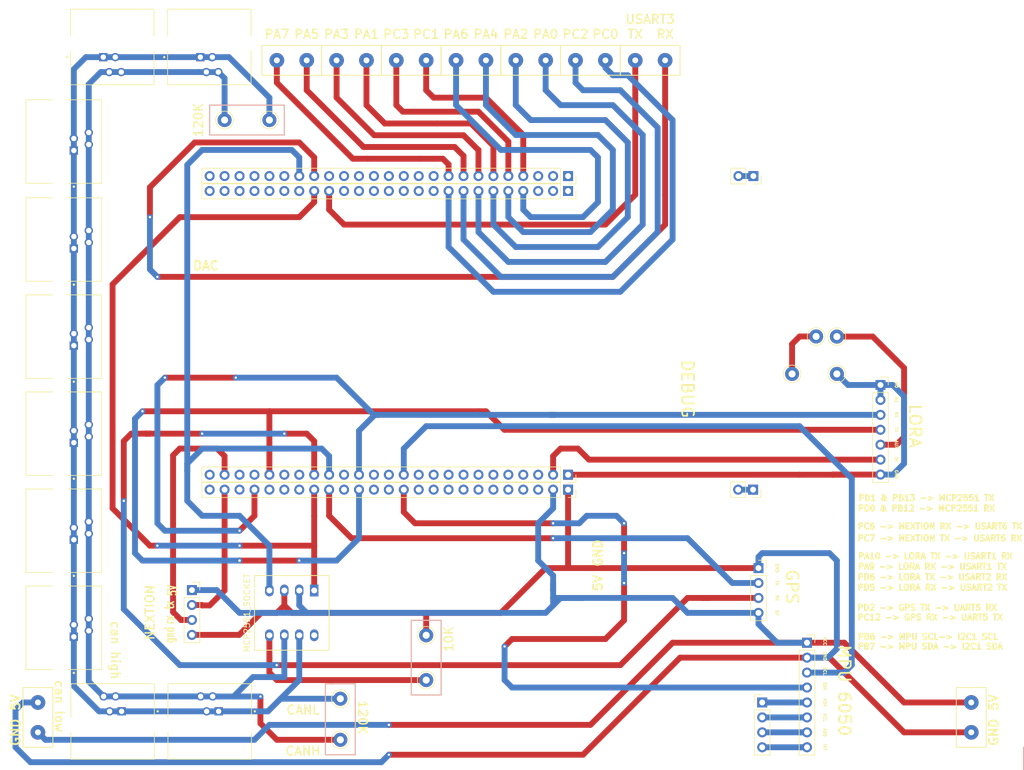
<source format=kicad_pcb>
(kicad_pcb (version 20171130) (host pcbnew "(5.0.2)-1")

  (general
    (thickness 1.6)
    (drawings 92)
    (tracks 442)
    (zones 0)
    (modules 41)
    (nets 1)
  )

  (page A4)
  (layers
    (0 F.Cu signal)
    (31 B.Cu signal)
    (32 B.Adhes user)
    (33 F.Adhes user)
    (34 B.Paste user)
    (35 F.Paste user)
    (36 B.SilkS user)
    (37 F.SilkS user)
    (38 B.Mask user)
    (39 F.Mask user)
    (40 Dwgs.User user)
    (41 Cmts.User user)
    (42 Eco1.User user)
    (43 Eco2.User user)
    (44 Edge.Cuts user)
    (45 Margin user)
    (46 B.CrtYd user)
    (47 F.CrtYd user)
    (48 B.Fab user)
    (49 F.Fab user)
  )

  (setup
    (last_trace_width 0.8)
    (user_trace_width 0.5)
    (user_trace_width 0.8)
    (user_trace_width 1)
    (user_trace_width 1.2)
    (user_trace_width 1.5)
    (trace_clearance 0.8)
    (zone_clearance 0.508)
    (zone_45_only no)
    (trace_min 0.5)
    (segment_width 0.2)
    (edge_width 0.15)
    (via_size 0.8)
    (via_drill 0.4)
    (via_min_size 0.5)
    (via_min_drill 0.4)
    (uvia_size 0.3)
    (uvia_drill 0.1)
    (uvias_allowed no)
    (uvia_min_size 0.2)
    (uvia_min_drill 0.1)
    (pcb_text_width 0.3)
    (pcb_text_size 1.5 1.5)
    (mod_edge_width 0.15)
    (mod_text_size 1 1)
    (mod_text_width 0.15)
    (pad_size 1.408 1.408)
    (pad_drill 0.9)
    (pad_to_mask_clearance 0.051)
    (solder_mask_min_width 0.25)
    (aux_axis_origin 0 0)
    (visible_elements 7FFFFFFF)
    (pcbplotparams
      (layerselection 0x010fc_ffffffff)
      (usegerberextensions false)
      (usegerberattributes false)
      (usegerberadvancedattributes false)
      (creategerberjobfile false)
      (excludeedgelayer true)
      (linewidth 0.100000)
      (plotframeref false)
      (viasonmask false)
      (mode 1)
      (useauxorigin false)
      (hpglpennumber 1)
      (hpglpenspeed 20)
      (hpglpendiameter 15.000000)
      (psnegative false)
      (psa4output false)
      (plotreference true)
      (plotvalue true)
      (plotinvisibletext false)
      (padsonsilk false)
      (subtractmaskfromsilk false)
      (outputformat 1)
      (mirror false)
      (drillshape 0)
      (scaleselection 1)
      (outputdirectory ""))
  )

  (net 0 "")

  (net_class Default "This is the default net class."
    (clearance 0.8)
    (trace_width 0.8)
    (via_dia 0.8)
    (via_drill 0.4)
    (uvia_dia 0.3)
    (uvia_drill 0.1)
    (diff_pair_gap 0.25)
    (diff_pair_width 0.8)
  )

  (module TerminalBlock_Dinkle:KLEMENS (layer F.Cu) (tedit 63626819) (tstamp 63A3C76D)
    (at 71.12 162.56 90)
    (descr "Wire solder connection")
    (tags connector)
    (attr virtual)
    (fp_text reference "" (at 0 -3.81 90) (layer F.SilkS) hide
      (effects (font (size 1 1) (thickness 0.15)))
    )
    (fp_text value "" (at 0 3.175 90) (layer F.Fab) hide
      (effects (font (size 1 1) (thickness 0.15)))
    )
    (fp_line (start 7.62 2.54) (end -2.54 2.54) (layer F.SilkS) (width 0.15))
    (fp_line (start 7.62 -2.54) (end 7.62 2.54) (layer F.SilkS) (width 0.15))
    (fp_line (start -2.54 -2.54) (end 7.62 -2.54) (layer F.SilkS) (width 0.15))
    (fp_line (start -2.54 2.54) (end -2.54 -2.54) (layer F.SilkS) (width 0.15))
    (fp_text user %R (at 0 0 90) (layer F.Fab)
      (effects (font (size 1 1) (thickness 0.15)))
    )
    (pad 1 thru_hole circle (at 5.08 0 90) (size 2.49936 2.49936) (drill 1.00076) (layers *.Cu *.Mask))
    (pad 1 thru_hole circle (at 0 0 90) (size 2.49936 2.49936) (drill 1.00076) (layers *.Cu *.Mask))
    (model "C:/Users/Abdülhakim Çalgın/Desktop/TerminalBlock_Phoenix.3dshapes/TerminalBlock_Phoenix_MKDS-3-2-5.08_1x02_P5.08mm_Horizontal.wrl"
      (at (xyz 0 0 0))
      (scale (xyz 1 1 1))
      (rotate (xyz 0 0 0))
    )
    (model C:/Users/acalg/OneDrive/Masaüstü/TerminalBlock_Phoenix.3dshapes/TerminalBlock_Phoenix_MKDS-3-2-5.08_1x02_P5.08mm_Horizontal.wrl
      (offset (xyz 5 0 0))
      (scale (xyz 1 1 1))
      (rotate (xyz 0 0 -180))
    )
  )

  (module TerminalBlock_Dinkle:KLEMENS (layer F.Cu) (tedit 63626819) (tstamp 63A1CB8A)
    (at 229.87 162.56 90)
    (descr "Wire solder connection")
    (tags connector)
    (attr virtual)
    (fp_text reference "" (at 0 -3.81 90) (layer F.SilkS) hide
      (effects (font (size 1 1) (thickness 0.15)))
    )
    (fp_text value "" (at 0 3.175 90) (layer F.Fab) hide
      (effects (font (size 1 1) (thickness 0.15)))
    )
    (fp_text user %R (at 0 0 90) (layer F.Fab)
      (effects (font (size 1 1) (thickness 0.15)))
    )
    (fp_line (start -2.54 2.54) (end -2.54 -2.54) (layer F.SilkS) (width 0.15))
    (fp_line (start -2.54 -2.54) (end 7.62 -2.54) (layer F.SilkS) (width 0.15))
    (fp_line (start 7.62 -2.54) (end 7.62 2.54) (layer F.SilkS) (width 0.15))
    (fp_line (start 7.62 2.54) (end -2.54 2.54) (layer F.SilkS) (width 0.15))
    (pad 1 thru_hole circle (at 0 0 90) (size 2.49936 2.49936) (drill 1.00076) (layers *.Cu *.Mask))
    (pad 1 thru_hole circle (at 5.08 0 90) (size 2.49936 2.49936) (drill 1.00076) (layers *.Cu *.Mask))
    (model "C:/Users/Abdülhakim Çalgın/Desktop/TerminalBlock_Phoenix.3dshapes/TerminalBlock_Phoenix_MKDS-3-2-5.08_1x02_P5.08mm_Horizontal.wrl"
      (at (xyz 0 0 0))
      (scale (xyz 1 1 1))
      (rotate (xyz 0 0 0))
    )
    (model C:/Users/acalg/OneDrive/Masaüstü/TerminalBlock_Phoenix.3dshapes/TerminalBlock_Phoenix_MKDS-3-2-5.08_1x02_P5.08mm_Horizontal.wrl
      (at (xyz 0 0 0))
      (scale (xyz 1 1 1))
      (rotate (xyz 0 0 0))
    )
  )

  (module TerminalBlock_Dinkle:KLEMENS (layer F.Cu) (tedit 639E2519) (tstamp 639F8C77)
    (at 177.8 48.26 180)
    (descr "Wire solder connection")
    (tags connector)
    (attr virtual)
    (fp_text reference "" (at 0 -3.81 180) (layer F.SilkS) hide
      (effects (font (size 1 1) (thickness 0.15)))
    )
    (fp_text value "" (at 0 3.175 180) (layer F.Fab) hide
      (effects (font (size 1 1) (thickness 0.15)))
    )
    (fp_text user %R (at 0 0 180) (layer F.Fab)
      (effects (font (size 1 1) (thickness 0.15)))
    )
    (fp_line (start -2.54 2.54) (end -2.54 -2.54) (layer F.SilkS) (width 0.15))
    (fp_line (start -2.54 -2.54) (end 7.62 -2.54) (layer F.SilkS) (width 0.15))
    (fp_line (start 7.62 -2.54) (end 7.62 2.54) (layer F.SilkS) (width 0.15))
    (fp_line (start 7.62 2.54) (end -2.54 2.54) (layer F.SilkS) (width 0.15))
    (pad 1 thru_hole circle (at 0 0 180) (size 2.49936 2.49936) (drill 1.00076) (layers *.Cu *.Mask))
    (pad 1 thru_hole circle (at 5.08 0 180) (size 2.49936 2.49936) (drill 1.00076) (layers *.Cu *.Mask))
    (model "C:/Users/Abdülhakim Çalgın/Desktop/TerminalBlock_Phoenix.3dshapes/TerminalBlock_Phoenix_MKDS-3-2-5.08_1x02_P5.08mm_Horizontal.wrl"
      (at (xyz 0 0 0))
      (scale (xyz 1 1 1))
      (rotate (xyz 0 0 0))
    )
    (model C:/Users/acalg/OneDrive/Masaüstü/TerminalBlock_Phoenix.3dshapes/TerminalBlock_Phoenix_PT-1,5-2-5.0-H_1x02_P5.00mm_Horizontal.wrl
      (at (xyz 0 0 0))
      (scale (xyz 1 1 1))
      (rotate (xyz 0 0 0))
    )
  )

  (module Connector_Pin:Pin_D1.0mm_L10.0mm_LooseFit (layer F.Cu) (tedit 637AA3F7) (tstamp 63A19602)
    (at 122.555 163.83 270)
    (descr "solder Pin_ diameter 1.0mm, hole diameter 1.2mm (loose fit), length 10.0mm")
    (tags "solder Pin_ loose fit")
    (fp_text reference "" (at 0 2.25 270) (layer F.SilkS)
      (effects (font (size 1 1) (thickness 0.15)))
    )
    (fp_text value "" (at 0 -2.05 270) (layer F.Fab)
      (effects (font (size 1 1) (thickness 0.15)))
    )
    (fp_text user %R (at 0 2.25 270) (layer F.Fab)
      (effects (font (size 1 1) (thickness 0.15)))
    )
    (fp_circle (center 0 0) (end 1.7 0) (layer F.CrtYd) (width 0.05))
    (fp_circle (center 0 0) (end 0.5 0) (layer F.Fab) (width 0.12))
    (fp_circle (center 0 0) (end 1.2 0) (layer F.Fab) (width 0.12))
    (fp_circle (center 0 0) (end 1.5 0.05) (layer F.SilkS) (width 0.12))
    (pad 1 thru_hole circle (at 0 0 270) (size 2.4 2.4) (drill 1.2) (layers *.Cu *.Mask))
    (model ${KISYS3DMOD}/Connector_Pin.3dshapes/Pin_D1.0mm_L10.0mm_LooseFit.wrl
      (at (xyz 0 0 0))
      (scale (xyz 1 1 1))
      (rotate (xyz 0 0 0))
    )
  )

  (module Connector_Pin:Pin_D1.0mm_L10.0mm_LooseFit (layer F.Cu) (tedit 637AA3F7) (tstamp 63A195EC)
    (at 122.555 156.845 270)
    (descr "solder Pin_ diameter 1.0mm, hole diameter 1.2mm (loose fit), length 10.0mm")
    (tags "solder Pin_ loose fit")
    (fp_text reference "" (at 0 2.25 270) (layer F.SilkS)
      (effects (font (size 1 1) (thickness 0.15)))
    )
    (fp_text value "" (at 0 -2.05 270) (layer F.Fab)
      (effects (font (size 1 1) (thickness 0.15)))
    )
    (fp_circle (center 0 0) (end 1.5 0.05) (layer F.SilkS) (width 0.12))
    (fp_circle (center 0 0) (end 1.2 0) (layer F.Fab) (width 0.12))
    (fp_circle (center 0 0) (end 0.5 0) (layer F.Fab) (width 0.12))
    (fp_circle (center 0 0) (end 1.7 0) (layer F.CrtYd) (width 0.05))
    (fp_text user %R (at 0 2.25 270) (layer F.Fab)
      (effects (font (size 1 1) (thickness 0.15)))
    )
    (pad 1 thru_hole circle (at 0 0 270) (size 2.4 2.4) (drill 1.2) (layers *.Cu *.Mask))
    (model ${KISYS3DMOD}/Connector_Pin.3dshapes/Pin_D1.0mm_L10.0mm_LooseFit.wrl
      (at (xyz 0 0 0))
      (scale (xyz 1 1 1))
      (rotate (xyz 0 0 0))
    )
    (model "${KIPRJMOD}/3d models/kicad3Dmodels-master/generated/Resistors/Film_Carbon/RESAD780W55L630D240B.wrl"
      (offset (xyz 3.809999942779541 0 0))
      (scale (xyz 1 1 1))
      (rotate (xyz 0 0 0))
    )
  )

  (module Connector_Pin:Pin_D1.0mm_L10.0mm_LooseFit (layer F.Cu) (tedit 637AA3F7) (tstamp 63A18FD2)
    (at 110.49 58.42 270)
    (descr "solder Pin_ diameter 1.0mm, hole diameter 1.2mm (loose fit), length 10.0mm")
    (tags "solder Pin_ loose fit")
    (fp_text reference "" (at 0 2.25 270) (layer F.SilkS)
      (effects (font (size 1 1) (thickness 0.15)))
    )
    (fp_text value "" (at 0 -2.05 270) (layer F.Fab)
      (effects (font (size 1 1) (thickness 0.15)))
    )
    (fp_circle (center 0 0) (end 1.5 0.05) (layer F.SilkS) (width 0.12))
    (fp_circle (center 0 0) (end 1.2 0) (layer F.Fab) (width 0.12))
    (fp_circle (center 0 0) (end 0.5 0) (layer F.Fab) (width 0.12))
    (fp_circle (center 0 0) (end 1.7 0) (layer F.CrtYd) (width 0.05))
    (fp_text user %R (at 0 2.25 270) (layer F.Fab)
      (effects (font (size 1 1) (thickness 0.15)))
    )
    (pad 1 thru_hole circle (at 0 0 270) (size 2.4 2.4) (drill 1.2) (layers *.Cu *.Mask))
    (model ${KISYS3DMOD}/Connector_Pin.3dshapes/Pin_D1.0mm_L10.0mm_LooseFit.wrl
      (at (xyz 0 0 0))
      (scale (xyz 1 1 1))
      (rotate (xyz 0 0 0))
    )
  )

  (module Connector_Pin:Pin_D1.0mm_L10.0mm_LooseFit (layer F.Cu) (tedit 637AA3F7) (tstamp 63A18FD2)
    (at 102.87 58.42)
    (descr "solder Pin_ diameter 1.0mm, hole diameter 1.2mm (loose fit), length 10.0mm")
    (tags "solder Pin_ loose fit")
    (fp_text reference "" (at 0 2.25) (layer F.SilkS)
      (effects (font (size 1 1) (thickness 0.15)))
    )
    (fp_text value "" (at 0 -2.05) (layer F.Fab)
      (effects (font (size 1 1) (thickness 0.15)))
    )
    (fp_circle (center 0 0) (end 1.5 0.05) (layer F.SilkS) (width 0.12))
    (fp_circle (center 0 0) (end 1.2 0) (layer F.Fab) (width 0.12))
    (fp_circle (center 0 0) (end 0.5 0) (layer F.Fab) (width 0.12))
    (fp_circle (center 0 0) (end 1.7 0) (layer F.CrtYd) (width 0.05))
    (fp_text user %R (at 0 2.25) (layer F.Fab)
      (effects (font (size 1 1) (thickness 0.15)))
    )
    (pad 1 thru_hole circle (at 0 0) (size 2.4 2.4) (drill 1.2) (layers *.Cu *.Mask))
    (model ${KISYS3DMOD}/Connector_Pin.3dshapes/Pin_D1.0mm_L10.0mm_LooseFit.wrl
      (at (xyz 0 0 0))
      (scale (xyz 1 1 1))
      (rotate (xyz 0 0 0))
    )
    (model "${KIPRJMOD}/3d models/kicad3Dmodels-master/generated/Resistors/Film_Carbon/RESAD780W55L630D240B.wrl"
      (offset (xyz 3.809999942779541 0 0))
      (scale (xyz 1 1 1))
      (rotate (xyz 0 0 0))
    )
  )

  (module Connector_Pin:Pin_D1.0mm_L10.0mm_LooseFit (layer F.Cu) (tedit 637AA3F7) (tstamp 639E8BD5)
    (at 203.4794 95.2246 270)
    (descr "solder Pin_ diameter 1.0mm, hole diameter 1.2mm (loose fit), length 10.0mm")
    (tags "solder Pin_ loose fit")
    (fp_text reference "" (at 0 2.25 270) (layer F.SilkS)
      (effects (font (size 1 1) (thickness 0.15)))
    )
    (fp_text value "" (at 0 -2.05 270) (layer F.Fab)
      (effects (font (size 1 1) (thickness 0.15)))
    )
    (fp_circle (center 0 0) (end 1.5 0.05) (layer F.SilkS) (width 0.12))
    (fp_circle (center 0 0) (end 1.2 0) (layer F.Fab) (width 0.12))
    (fp_circle (center 0 0) (end 0.5 0) (layer F.Fab) (width 0.12))
    (fp_circle (center 0 0) (end 1.7 0) (layer F.CrtYd) (width 0.05))
    (fp_text user %R (at 0 2.25 270) (layer F.Fab)
      (effects (font (size 1 1) (thickness 0.15)))
    )
    (pad 1 thru_hole circle (at 0 0 270) (size 2.4 2.4) (drill 1.2) (layers *.Cu *.Mask))
    (model ${KISYS3DMOD}/Connector_Pin.3dshapes/Pin_D1.0mm_L10.0mm_LooseFit.wrl
      (at (xyz 0 0 0))
      (scale (xyz 1 1 1))
      (rotate (xyz 0 0 0))
    )
  )

  (module Connector_Pin:Pin_D1.0mm_L10.0mm_LooseFit (layer F.Cu) (tedit 637AA3F7) (tstamp 639E8BD5)
    (at 207.01 95.25 270)
    (descr "solder Pin_ diameter 1.0mm, hole diameter 1.2mm (loose fit), length 10.0mm")
    (tags "solder Pin_ loose fit")
    (fp_text reference "" (at 0 2.25 270) (layer F.SilkS)
      (effects (font (size 1 1) (thickness 0.15)))
    )
    (fp_text value "" (at 0 -2.05 270) (layer F.Fab)
      (effects (font (size 1 1) (thickness 0.15)))
    )
    (fp_circle (center 0 0) (end 1.5 0.05) (layer F.SilkS) (width 0.12))
    (fp_circle (center 0 0) (end 1.2 0) (layer F.Fab) (width 0.12))
    (fp_circle (center 0 0) (end 0.5 0) (layer F.Fab) (width 0.12))
    (fp_circle (center 0 0) (end 1.7 0) (layer F.CrtYd) (width 0.05))
    (fp_text user %R (at 0 2.25 270) (layer F.Fab)
      (effects (font (size 1 1) (thickness 0.15)))
    )
    (pad 1 thru_hole circle (at 0 0 270) (size 2.4 2.4) (drill 1.2) (layers *.Cu *.Mask))
    (model ${KISYS3DMOD}/Connector_Pin.3dshapes/Pin_D1.0mm_L10.0mm_LooseFit.wrl
      (offset (xyz 0 0 2.539999961853027))
      (scale (xyz 1 1 1))
      (rotate (xyz 0 0 0))
    )
    (model "${KIPRJMOD}/3d models/red-led-5mm.wrl"
      (offset (xyz 0 -1.904999971389771 1.269999980926514))
      (scale (xyz 500 500 500))
      (rotate (xyz 0 0 0))
    )
  )

  (module Connector_Pin:Pin_D1.0mm_L10.0mm_LooseFit (layer F.Cu) (tedit 637AA3F7) (tstamp 639E85FF)
    (at 199.39 101.6 270)
    (descr "solder Pin_ diameter 1.0mm, hole diameter 1.2mm (loose fit), length 10.0mm")
    (tags "solder Pin_ loose fit")
    (fp_text reference "" (at 0 2.25 270) (layer F.SilkS)
      (effects (font (size 1 1) (thickness 0.15)))
    )
    (fp_text value "" (at 0 -2.05 270) (layer F.Fab)
      (effects (font (size 1 1) (thickness 0.15)))
    )
    (fp_text user %R (at 0 2.25 270) (layer F.Fab)
      (effects (font (size 1 1) (thickness 0.15)))
    )
    (fp_circle (center 0 0) (end 1.7 0) (layer F.CrtYd) (width 0.05))
    (fp_circle (center 0 0) (end 0.5 0) (layer F.Fab) (width 0.12))
    (fp_circle (center 0 0) (end 1.2 0) (layer F.Fab) (width 0.12))
    (fp_circle (center 0 0) (end 1.5 0.05) (layer F.SilkS) (width 0.12))
    (pad 1 thru_hole circle (at 0 0 270) (size 2.4 2.4) (drill 1.2) (layers *.Cu *.Mask))
    (model ${KISYS3DMOD}/Connector_Pin.3dshapes/Pin_D1.0mm_L10.0mm_LooseFit.wrl
      (at (xyz 0 0 0))
      (scale (xyz 1 1 1))
      (rotate (xyz 0 0 0))
    )
  )

  (module Connector_Pin:Pin_D1.0mm_L10.0mm_LooseFit (layer F.Cu) (tedit 637AA3F7) (tstamp 639E85A0)
    (at 207.01 101.6 270)
    (descr "solder Pin_ diameter 1.0mm, hole diameter 1.2mm (loose fit), length 10.0mm")
    (tags "solder Pin_ loose fit")
    (fp_text reference "" (at 0 2.25 270) (layer F.SilkS)
      (effects (font (size 1 1) (thickness 0.15)))
    )
    (fp_text value "" (at 0 -2.05 270) (layer F.Fab)
      (effects (font (size 1 1) (thickness 0.15)))
    )
    (fp_circle (center 0 0) (end 1.5 0.05) (layer F.SilkS) (width 0.12))
    (fp_circle (center 0 0) (end 1.2 0) (layer F.Fab) (width 0.12))
    (fp_circle (center 0 0) (end 0.5 0) (layer F.Fab) (width 0.12))
    (fp_circle (center 0 0) (end 1.7 0) (layer F.CrtYd) (width 0.05))
    (fp_text user %R (at 0 2.25 270) (layer F.Fab)
      (effects (font (size 1 1) (thickness 0.15)))
    )
    (pad 1 thru_hole circle (at 0 0 270) (size 2.4 2.4) (drill 1.2) (layers *.Cu *.Mask))
    (model ${KISYS3DMOD}/Connector_Pin.3dshapes/Pin_D1.0mm_L10.0mm_LooseFit.wrl
      (at (xyz 0 0 0))
      (scale (xyz 1 1 1))
      (rotate (xyz 0 0 0))
    )
    (model "${KIPRJMOD}/3d models/kicad3Dmodels-master/generated/Resistors/Film_Carbon/RESAD780W55L630D240B.wrl"
      (offset (xyz 0 -3.809999942779541 0))
      (scale (xyz 1 1 1))
      (rotate (xyz 0 0 90))
    )
  )

  (module "RJ JAKS:rj11xx" (layer F.Cu) (tedit 639E2170) (tstamp 639E7BD9)
    (at 83.82 161.29)
    (fp_text reference "" (at -3.975 -8.425) (layer F.SilkS)
      (effects (font (size 1 1) (thickness 0.15)))
    )
    (fp_text value "" (at 2.375 7.095) (layer F.Fab)
      (effects (font (size 1 1) (thickness 0.15)))
    )
    (fp_line (start -7.1 -7) (end 7.1 -7) (layer F.Fab) (width 0.127))
    (fp_line (start 7.1 -7) (end 7.1 5.85) (layer F.Fab) (width 0.127))
    (fp_line (start 7.1 5.85) (end -7.1 5.85) (layer F.Fab) (width 0.127))
    (fp_line (start -7.1 5.85) (end -7.1 -7) (layer F.Fab) (width 0.127))
    (fp_line (start -7.1 -7) (end 7.1 -7) (layer F.SilkS) (width 0.127))
    (fp_line (start 7.1 5.85) (end -7.1 5.85) (layer F.SilkS) (width 0.127))
    (fp_line (start -7.43 -7.25) (end 7.43 -7.25) (layer F.CrtYd) (width 0.05))
    (fp_line (start 7.43 -7.25) (end 7.43 6.1) (layer F.CrtYd) (width 0.05))
    (fp_line (start 7.43 6.1) (end -7.43 6.1) (layer F.CrtYd) (width 0.05))
    (fp_line (start -7.43 6.1) (end -7.43 -7.25) (layer F.CrtYd) (width 0.05))
    (fp_line (start -7.1 -1.32) (end -7.1 -7) (layer F.SilkS) (width 0.127))
    (fp_line (start -7.1 5.85) (end -7.1 1.32) (layer F.SilkS) (width 0.127))
    (fp_line (start 7.1 -1.32) (end 7.1 -7) (layer F.SilkS) (width 0.127))
    (fp_line (start 7.1 5.85) (end 7.1 1.32) (layer F.SilkS) (width 0.127))
    (fp_circle (center 7.675 -2.3) (end 7.775 -2.3) (layer F.SilkS) (width 0.2))
    (fp_circle (center 7.675 -2.3) (end 7.775 -2.3) (layer F.Fab) (width 0.2))
    (pad 1 thru_hole rect (at 1.53 -2.3) (size 1.408 1.408) (drill 0.9) (layers *.Cu *.Mask))
    (pad 2 thru_hole circle (at 0.51 -4.84) (size 1.408 1.408) (drill 0.9) (layers *.Cu *.Mask))
    (pad 3 thru_hole circle (at -0.51 -2.3) (size 1.408 1.408) (drill 0.9) (layers *.Cu *.Mask))
    (pad 4 thru_hole circle (at -1.53 -4.84) (size 1.408 1.408) (drill 0.9) (layers *.Cu *.Mask))
    (pad None np_thru_hole circle (at -6 0) (size 2.36 2.36) (drill 2.36) (layers *.Cu *.Mask))
    (pad None np_thru_hole circle (at 6 0) (size 2.36 2.36) (drill 2.36) (layers *.Cu *.Mask))
    (model C:/Users/acalg/OneDrive/Masaüstü/electricar/ImageToStl.com_tj6p4c.wrl
      (offset (xyz -1.5 5 0))
      (scale (xyz 0.4 0.4 0.4))
      (rotate (xyz 0 0 0))
    )
  )

  (module "RJ JAKS:rj11xx" (layer F.Cu) (tedit 639E2172) (tstamp 639E7BC0)
    (at 100.33 161.29)
    (fp_text reference "" (at -3.975 -8.425) (layer F.SilkS)
      (effects (font (size 1 1) (thickness 0.15)))
    )
    (fp_text value "" (at 2.375 7.095) (layer F.Fab)
      (effects (font (size 1 1) (thickness 0.15)))
    )
    (fp_circle (center 7.675 -2.3) (end 7.775 -2.3) (layer F.Fab) (width 0.2))
    (fp_circle (center 7.675 -2.3) (end 7.775 -2.3) (layer F.SilkS) (width 0.2))
    (fp_line (start 7.1 5.85) (end 7.1 1.32) (layer F.SilkS) (width 0.127))
    (fp_line (start 7.1 -1.32) (end 7.1 -7) (layer F.SilkS) (width 0.127))
    (fp_line (start -7.1 5.85) (end -7.1 1.32) (layer F.SilkS) (width 0.127))
    (fp_line (start -7.1 -1.32) (end -7.1 -7) (layer F.SilkS) (width 0.127))
    (fp_line (start -7.43 6.1) (end -7.43 -7.25) (layer F.CrtYd) (width 0.05))
    (fp_line (start 7.43 6.1) (end -7.43 6.1) (layer F.CrtYd) (width 0.05))
    (fp_line (start 7.43 -7.25) (end 7.43 6.1) (layer F.CrtYd) (width 0.05))
    (fp_line (start -7.43 -7.25) (end 7.43 -7.25) (layer F.CrtYd) (width 0.05))
    (fp_line (start 7.1 5.85) (end -7.1 5.85) (layer F.SilkS) (width 0.127))
    (fp_line (start -7.1 -7) (end 7.1 -7) (layer F.SilkS) (width 0.127))
    (fp_line (start -7.1 5.85) (end -7.1 -7) (layer F.Fab) (width 0.127))
    (fp_line (start 7.1 5.85) (end -7.1 5.85) (layer F.Fab) (width 0.127))
    (fp_line (start 7.1 -7) (end 7.1 5.85) (layer F.Fab) (width 0.127))
    (fp_line (start -7.1 -7) (end 7.1 -7) (layer F.Fab) (width 0.127))
    (pad None np_thru_hole circle (at 6 0) (size 2.36 2.36) (drill 2.36) (layers *.Cu *.Mask))
    (pad None np_thru_hole circle (at -6 0) (size 2.36 2.36) (drill 2.36) (layers *.Cu *.Mask))
    (pad 4 thru_hole circle (at -1.53 -4.84) (size 1.408 1.408) (drill 0.9) (layers *.Cu *.Mask))
    (pad 3 thru_hole circle (at -0.51 -2.3) (size 1.408 1.408) (drill 0.9) (layers *.Cu *.Mask))
    (pad 2 thru_hole circle (at 0.51 -4.84) (size 1.408 1.408) (drill 0.9) (layers *.Cu *.Mask))
    (pad 1 thru_hole rect (at 1.53 -2.3) (size 1.408 1.408) (drill 0.9) (layers *.Cu *.Mask))
    (model C:/Users/acalg/OneDrive/Masaüstü/electricar/ImageToStl.com_tj6p4c.wrl
      (offset (xyz -1.5 5 0))
      (scale (xyz 0.4 0.4 0.4))
      (rotate (xyz 0 0 0))
    )
  )

  (module TerminalBlock_Dinkle:KLEMENS (layer F.Cu) (tedit 639E24C1) (tstamp 639DE05D)
    (at 127 48.26 180)
    (descr "Wire solder connection")
    (tags connector)
    (attr virtual)
    (fp_text reference "" (at 0 -3.81 180) (layer F.SilkS) hide
      (effects (font (size 1 1) (thickness 0.15)))
    )
    (fp_text value "" (at 0 3.175 180) (layer F.Fab) hide
      (effects (font (size 1 1) (thickness 0.15)))
    )
    (fp_line (start 7.62 2.54) (end -2.54 2.54) (layer F.SilkS) (width 0.15))
    (fp_line (start 7.62 -2.54) (end 7.62 2.54) (layer F.SilkS) (width 0.15))
    (fp_line (start -2.54 -2.54) (end 7.62 -2.54) (layer F.SilkS) (width 0.15))
    (fp_line (start -2.54 2.54) (end -2.54 -2.54) (layer F.SilkS) (width 0.15))
    (fp_text user %R (at 0 0 180) (layer F.Fab)
      (effects (font (size 1 1) (thickness 0.15)))
    )
    (pad 1 thru_hole circle (at 5.08 0 180) (size 2.49936 2.49936) (drill 1.00076) (layers *.Cu *.Mask))
    (pad 1 thru_hole circle (at 0 0 180) (size 2.49936 2.49936) (drill 1.00076) (layers *.Cu *.Mask))
    (model "C:/Users/Abdülhakim Çalgın/Desktop/TerminalBlock_Phoenix.3dshapes/TerminalBlock_Phoenix_MKDS-3-2-5.08_1x02_P5.08mm_Horizontal.wrl"
      (at (xyz 0 0 0))
      (scale (xyz 1 1 1))
      (rotate (xyz 0 0 0))
    )
    (model C:/Users/acalg/OneDrive/Masaüstü/TerminalBlock_Phoenix.3dshapes/TerminalBlock_Phoenix_PT-1,5-2-5.0-H_1x02_P5.00mm_Horizontal.wrl
      (at (xyz 0 0 0))
      (scale (xyz 1 1 1))
      (rotate (xyz 0 0 0))
    )
  )

  (module Connector_PinSocket_2.54mm:PinSocket_1x04_P2.54mm_Vertical (layer F.Cu) (tedit 639E20FD) (tstamp 637D0AEC)
    (at 97.313948 138.364868)
    (descr "Through hole straight socket strip, 1x04, 2.54mm pitch, single row (from Kicad 4.0.7), script generated")
    (tags "Through hole socket strip THT 1x04 2.54mm single row")
    (fp_text reference "" (at 0 -2.77) (layer F.SilkS)
      (effects (font (size 1 1) (thickness 0.15)))
    )
    (fp_text value "" (at 0 10.39) (layer F.Fab)
      (effects (font (size 1 1) (thickness 0.15)))
    )
    (fp_text user %R (at 0 3.81 -270) (layer F.Fab)
      (effects (font (size 1 1) (thickness 0.15)))
    )
    (fp_line (start -1.8 9.4) (end -1.8 -1.8) (layer F.CrtYd) (width 0.05))
    (fp_line (start 1.75 9.4) (end -1.8 9.4) (layer F.CrtYd) (width 0.05))
    (fp_line (start 1.75 -1.8) (end 1.75 9.4) (layer F.CrtYd) (width 0.05))
    (fp_line (start -1.8 -1.8) (end 1.75 -1.8) (layer F.CrtYd) (width 0.05))
    (fp_line (start 0 -1.33) (end 1.33 -1.33) (layer F.SilkS) (width 0.12))
    (fp_line (start 1.33 -1.33) (end 1.33 0) (layer F.SilkS) (width 0.12))
    (fp_line (start 1.33 1.27) (end 1.33 8.95) (layer F.SilkS) (width 0.12))
    (fp_line (start -1.33 8.95) (end 1.33 8.95) (layer F.SilkS) (width 0.12))
    (fp_line (start -1.33 1.27) (end -1.33 8.95) (layer F.SilkS) (width 0.12))
    (fp_line (start -1.33 1.27) (end 1.33 1.27) (layer F.SilkS) (width 0.12))
    (fp_line (start -1.27 8.89) (end -1.27 -1.27) (layer F.Fab) (width 0.1))
    (fp_line (start 1.27 8.89) (end -1.27 8.89) (layer F.Fab) (width 0.1))
    (fp_line (start 1.27 -0.635) (end 1.27 8.89) (layer F.Fab) (width 0.1))
    (fp_line (start 0.635 -1.27) (end 1.27 -0.635) (layer F.Fab) (width 0.1))
    (fp_line (start -1.27 -1.27) (end 0.635 -1.27) (layer F.Fab) (width 0.1))
    (pad 4 thru_hole oval (at 0 7.62) (size 1.7 1.7) (drill 1) (layers *.Cu *.Mask))
    (pad 3 thru_hole oval (at 0 5.08) (size 1.7 1.7) (drill 1) (layers *.Cu *.Mask))
    (pad 2 thru_hole oval (at 0 2.54) (size 1.7 1.7) (drill 1) (layers *.Cu *.Mask))
    (pad 1 thru_hole rect (at 0 0) (size 1.7 1.7) (drill 1) (layers *.Cu *.Mask))
    (model ${KISYS3DMOD}/Connector_PinSocket_2.54mm.3dshapes/PinSocket_1x04_P2.54mm_Vertical.wrl
      (at (xyz 0 0 0))
      (scale (xyz 1 1 1))
      (rotate (xyz 0 0 0))
    )
  )

  (module TerminalBlock_Dinkle:KLEMENS (layer F.Cu) (tedit 639E2519) (tstamp 639E1263)
    (at 167.64 48.26 180)
    (descr "Wire solder connection")
    (tags connector)
    (attr virtual)
    (fp_text reference "" (at 0 -3.81 180) (layer F.SilkS) hide
      (effects (font (size 1 1) (thickness 0.15)))
    )
    (fp_text value "" (at 0 3.175 180) (layer F.Fab) hide
      (effects (font (size 1 1) (thickness 0.15)))
    )
    (fp_line (start 7.62 2.54) (end -2.54 2.54) (layer F.SilkS) (width 0.15))
    (fp_line (start 7.62 -2.54) (end 7.62 2.54) (layer F.SilkS) (width 0.15))
    (fp_line (start -2.54 -2.54) (end 7.62 -2.54) (layer F.SilkS) (width 0.15))
    (fp_line (start -2.54 2.54) (end -2.54 -2.54) (layer F.SilkS) (width 0.15))
    (fp_text user %R (at 0 0 180) (layer F.Fab)
      (effects (font (size 1 1) (thickness 0.15)))
    )
    (pad 1 thru_hole circle (at 5.08 0 180) (size 2.49936 2.49936) (drill 1.00076) (layers *.Cu *.Mask))
    (pad 1 thru_hole circle (at 0 0 180) (size 2.49936 2.49936) (drill 1.00076) (layers *.Cu *.Mask))
    (model "C:/Users/Abdülhakim Çalgın/Desktop/TerminalBlock_Phoenix.3dshapes/TerminalBlock_Phoenix_MKDS-3-2-5.08_1x02_P5.08mm_Horizontal.wrl"
      (at (xyz 0 0 0))
      (scale (xyz 1 1 1))
      (rotate (xyz 0 0 0))
    )
    (model C:/Users/acalg/OneDrive/Masaüstü/TerminalBlock_Phoenix.3dshapes/TerminalBlock_Phoenix_PT-1,5-2-5.0-H_1x02_P5.00mm_Horizontal.wrl
      (at (xyz 0 0 0))
      (scale (xyz 1 1 1))
      (rotate (xyz 0 0 0))
    )
  )

  (module TerminalBlock_Dinkle:KLEMENS (layer F.Cu) (tedit 639E24C5) (tstamp 639E11DC)
    (at 116.84 48.26 180)
    (descr "Wire solder connection")
    (tags connector)
    (attr virtual)
    (fp_text reference "" (at 0 -3.81 180) (layer F.SilkS) hide
      (effects (font (size 1 1) (thickness 0.15)))
    )
    (fp_text value "" (at 0 3.175 180) (layer F.SilkS) hide
      (effects (font (size 1 1) (thickness 0.15)))
    )
    (fp_text user %R (at 0 0 180) (layer F.Fab)
      (effects (font (size 1 1) (thickness 0.15)))
    )
    (fp_line (start -2.54 2.54) (end -2.54 -2.54) (layer F.SilkS) (width 0.15))
    (fp_line (start -2.54 -2.54) (end 7.62 -2.54) (layer F.SilkS) (width 0.15))
    (fp_line (start 7.62 -2.54) (end 7.62 2.54) (layer F.SilkS) (width 0.15))
    (fp_line (start 7.62 2.54) (end -2.54 2.54) (layer F.SilkS) (width 0.15))
    (pad 1 thru_hole circle (at 0 0 180) (size 2.49936 2.49936) (drill 1.00076) (layers *.Cu *.Mask))
    (pad 1 thru_hole circle (at 5.08 0 180) (size 2.49936 2.49936) (drill 1.00076) (layers *.Cu *.Mask))
    (model "C:/Users/Abdülhakim Çalgın/Desktop/TerminalBlock_Phoenix.3dshapes/TerminalBlock_Phoenix_MKDS-3-2-5.08_1x02_P5.08mm_Horizontal.wrl"
      (at (xyz 0 0 0))
      (scale (xyz 1 1 1))
      (rotate (xyz 0 0 0))
    )
    (model C:/Users/acalg/OneDrive/Masaüstü/TerminalBlock_Phoenix.3dshapes/TerminalBlock_Phoenix_PT-1,5-2-5.0-H_1x02_P5.00mm_Horizontal.wrl
      (at (xyz 0 0 0))
      (scale (xyz 1 1 1))
      (rotate (xyz 0 0 0))
    )
  )

  (module TerminalBlock_Dinkle:KLEMENS (layer F.Cu) (tedit 639E24BF) (tstamp 639E11DC)
    (at 137.16 48.26 180)
    (descr "Wire solder connection")
    (tags connector)
    (attr virtual)
    (fp_text reference "" (at 0 -3.81 180) (layer F.SilkS) hide
      (effects (font (size 1 1) (thickness 0.15)))
    )
    (fp_text value "" (at 0 3.175 180) (layer F.Fab) hide
      (effects (font (size 1 1) (thickness 0.15)))
    )
    (fp_text user %R (at 0 0 180) (layer F.Fab)
      (effects (font (size 1 1) (thickness 0.15)))
    )
    (fp_line (start -2.54 2.54) (end -2.54 -2.54) (layer F.SilkS) (width 0.15))
    (fp_line (start -2.54 -2.54) (end 7.62 -2.54) (layer F.SilkS) (width 0.15))
    (fp_line (start 7.62 -2.54) (end 7.62 2.54) (layer F.SilkS) (width 0.15))
    (fp_line (start 7.62 2.54) (end -2.54 2.54) (layer F.SilkS) (width 0.15))
    (pad 1 thru_hole circle (at 0 0 180) (size 2.49936 2.49936) (drill 1.00076) (layers *.Cu *.Mask))
    (pad 1 thru_hole circle (at 5.08 0 180) (size 2.49936 2.49936) (drill 1.00076) (layers *.Cu *.Mask))
    (model "C:/Users/Abdülhakim Çalgın/Desktop/TerminalBlock_Phoenix.3dshapes/TerminalBlock_Phoenix_MKDS-3-2-5.08_1x02_P5.08mm_Horizontal.wrl"
      (at (xyz 0 0 0))
      (scale (xyz 1 1 1))
      (rotate (xyz 0 0 0))
    )
    (model C:/Users/acalg/OneDrive/Masaüstü/TerminalBlock_Phoenix.3dshapes/TerminalBlock_Phoenix_PT-1,5-2-5.0-H_1x02_P5.00mm_Horizontal.wrl
      (at (xyz 0 0 0))
      (scale (xyz 1 1 1))
      (rotate (xyz 0 0 0))
    )
  )

  (module TerminalBlock_Dinkle:KLEMENS (layer F.Cu) (tedit 639E251F) (tstamp 639E11DC)
    (at 147.32 48.26 180)
    (descr "Wire solder connection")
    (tags connector)
    (attr virtual)
    (fp_text reference "" (at 0 -3.81 180) (layer F.SilkS) hide
      (effects (font (size 1 1) (thickness 0.15)))
    )
    (fp_text value "" (at 0 3.175 180) (layer F.Fab) hide
      (effects (font (size 1 1) (thickness 0.15)))
    )
    (fp_text user %R (at 0 0 180) (layer F.Fab)
      (effects (font (size 1 1) (thickness 0.15)))
    )
    (fp_line (start -2.54 2.54) (end -2.54 -2.54) (layer F.SilkS) (width 0.15))
    (fp_line (start -2.54 -2.54) (end 7.62 -2.54) (layer F.SilkS) (width 0.15))
    (fp_line (start 7.62 -2.54) (end 7.62 2.54) (layer F.SilkS) (width 0.15))
    (fp_line (start 7.62 2.54) (end -2.54 2.54) (layer F.SilkS) (width 0.15))
    (pad 1 thru_hole circle (at 0 0 180) (size 2.49936 2.49936) (drill 1.00076) (layers *.Cu *.Mask))
    (pad 1 thru_hole circle (at 5.08 0 180) (size 2.49936 2.49936) (drill 1.00076) (layers *.Cu *.Mask))
    (model "C:/Users/Abdülhakim Çalgın/Desktop/TerminalBlock_Phoenix.3dshapes/TerminalBlock_Phoenix_MKDS-3-2-5.08_1x02_P5.08mm_Horizontal.wrl"
      (at (xyz 0 0 0))
      (scale (xyz 1 1 1))
      (rotate (xyz 0 0 0))
    )
    (model C:/Users/acalg/OneDrive/Masaüstü/TerminalBlock_Phoenix.3dshapes/TerminalBlock_Phoenix_PT-1,5-2-5.0-H_1x02_P5.00mm_Horizontal.wrl
      (at (xyz 0 0 0))
      (scale (xyz 1 1 1))
      (rotate (xyz 0 0 0))
    )
  )

  (module "RJ JAKS:rj11xx" (layer F.Cu) (tedit 639E2186) (tstamp 639CD86C)
    (at 83.766361 45.416901 180)
    (fp_text reference "" (at -3.975 -8.425 180) (layer F.SilkS)
      (effects (font (size 1 1) (thickness 0.15)))
    )
    (fp_text value "" (at 2.375 7.095 180) (layer F.Fab)
      (effects (font (size 1 1) (thickness 0.15)))
    )
    (fp_line (start -7.1 -7) (end 7.1 -7) (layer F.Fab) (width 0.127))
    (fp_line (start 7.1 -7) (end 7.1 5.85) (layer F.Fab) (width 0.127))
    (fp_line (start 7.1 5.85) (end -7.1 5.85) (layer F.Fab) (width 0.127))
    (fp_line (start -7.1 5.85) (end -7.1 -7) (layer F.Fab) (width 0.127))
    (fp_line (start -7.1 -7) (end 7.1 -7) (layer F.SilkS) (width 0.127))
    (fp_line (start 7.1 5.85) (end -7.1 5.85) (layer F.SilkS) (width 0.127))
    (fp_line (start -7.43 -7.25) (end 7.43 -7.25) (layer F.CrtYd) (width 0.05))
    (fp_line (start 7.43 -7.25) (end 7.43 6.1) (layer F.CrtYd) (width 0.05))
    (fp_line (start 7.43 6.1) (end -7.43 6.1) (layer F.CrtYd) (width 0.05))
    (fp_line (start -7.43 6.1) (end -7.43 -7.25) (layer F.CrtYd) (width 0.05))
    (fp_line (start -7.1 -1.32) (end -7.1 -7) (layer F.SilkS) (width 0.127))
    (fp_line (start -7.1 5.85) (end -7.1 1.32) (layer F.SilkS) (width 0.127))
    (fp_line (start 7.1 -1.32) (end 7.1 -7) (layer F.SilkS) (width 0.127))
    (fp_line (start 7.1 5.85) (end 7.1 1.32) (layer F.SilkS) (width 0.127))
    (fp_circle (center 7.675 -2.3) (end 7.775 -2.3) (layer F.SilkS) (width 0.2))
    (fp_circle (center 7.675 -2.3) (end 7.775 -2.3) (layer F.Fab) (width 0.2))
    (pad 1 thru_hole rect (at 1.53 -2.3 180) (size 1.408 1.408) (drill 0.9) (layers *.Cu *.Mask))
    (pad 2 thru_hole circle (at 0.51 -4.84 180) (size 1.408 1.408) (drill 0.9) (layers *.Cu *.Mask))
    (pad 3 thru_hole circle (at -0.51 -2.3 180) (size 1.408 1.408) (drill 0.9) (layers *.Cu *.Mask))
    (pad 4 thru_hole circle (at -1.53 -4.84 180) (size 1.408 1.408) (drill 0.9) (layers *.Cu *.Mask))
    (pad None np_thru_hole circle (at -6 0 180) (size 2.36 2.36) (drill 2.36) (layers *.Cu *.Mask))
    (pad None np_thru_hole circle (at 6 0 180) (size 2.36 2.36) (drill 2.36) (layers *.Cu *.Mask))
    (model C:/Users/acalg/OneDrive/Masaüstü/electricar/ImageToStl.com_tj6p4c.wrl
      (offset (xyz -1.5 5 0))
      (scale (xyz 0.4 0.4 0.4))
      (rotate (xyz 0 0 0))
    )
  )

  (module "RJ JAKS:rj11xx" (layer F.Cu) (tedit 639E2189) (tstamp 639CD83A)
    (at 100.276361 45.416901 180)
    (fp_text reference "" (at -3.975 -8.425 180) (layer F.SilkS)
      (effects (font (size 1 1) (thickness 0.15)))
    )
    (fp_text value "" (at 2.375 7.095 180) (layer F.Fab)
      (effects (font (size 1 1) (thickness 0.15)))
    )
    (fp_line (start -7.1 -7) (end 7.1 -7) (layer F.Fab) (width 0.127))
    (fp_line (start 7.1 -7) (end 7.1 5.85) (layer F.Fab) (width 0.127))
    (fp_line (start 7.1 5.85) (end -7.1 5.85) (layer F.Fab) (width 0.127))
    (fp_line (start -7.1 5.85) (end -7.1 -7) (layer F.Fab) (width 0.127))
    (fp_line (start -7.1 -7) (end 7.1 -7) (layer F.SilkS) (width 0.127))
    (fp_line (start 7.1 5.85) (end -7.1 5.85) (layer F.SilkS) (width 0.127))
    (fp_line (start -7.43 -7.25) (end 7.43 -7.25) (layer F.CrtYd) (width 0.05))
    (fp_line (start 7.43 -7.25) (end 7.43 6.1) (layer F.CrtYd) (width 0.05))
    (fp_line (start 7.43 6.1) (end -7.43 6.1) (layer F.CrtYd) (width 0.05))
    (fp_line (start -7.43 6.1) (end -7.43 -7.25) (layer F.CrtYd) (width 0.05))
    (fp_line (start -7.1 -1.32) (end -7.1 -7) (layer F.SilkS) (width 0.127))
    (fp_line (start -7.1 5.85) (end -7.1 1.32) (layer F.SilkS) (width 0.127))
    (fp_line (start 7.1 -1.32) (end 7.1 -7) (layer F.SilkS) (width 0.127))
    (fp_line (start 7.1 5.85) (end 7.1 1.32) (layer F.SilkS) (width 0.127))
    (fp_circle (center 7.675 -2.3) (end 7.775 -2.3) (layer F.SilkS) (width 0.2))
    (fp_circle (center 7.675 -2.3) (end 7.775 -2.3) (layer F.Fab) (width 0.2))
    (pad 1 thru_hole rect (at 1.53 -2.3 180) (size 1.408 1.408) (drill 0.9) (layers *.Cu *.Mask))
    (pad 2 thru_hole circle (at 0.51 -4.84 180) (size 1.408 1.408) (drill 0.9) (layers *.Cu *.Mask))
    (pad 3 thru_hole circle (at -0.51 -2.3 180) (size 1.408 1.408) (drill 0.9) (layers *.Cu *.Mask))
    (pad 4 thru_hole circle (at -1.53 -4.84 180) (size 1.408 1.408) (drill 0.9) (layers *.Cu *.Mask))
    (pad None np_thru_hole circle (at -6 0 180) (size 2.36 2.36) (drill 2.36) (layers *.Cu *.Mask))
    (pad None np_thru_hole circle (at 6 0 180) (size 2.36 2.36) (drill 2.36) (layers *.Cu *.Mask))
    (model C:/Users/acalg/OneDrive/Masaüstü/electricar/ImageToStl.com_tj6p4c.wrl
      (offset (xyz -1.5 5 0))
      (scale (xyz 0.4 0.4 0.4))
      (rotate (xyz 0 0 0))
    )
  )

  (module "RJ JAKS:rj11xx" (layer F.Cu) (tedit 639E2183) (tstamp 639CD821)
    (at 74.93 62.07 270)
    (fp_text reference "" (at -3.975 -8.425 270) (layer F.SilkS)
      (effects (font (size 1 1) (thickness 0.15)))
    )
    (fp_text value "" (at 2.375 7.095 270) (layer F.Fab)
      (effects (font (size 1 1) (thickness 0.15)))
    )
    (fp_line (start -7.1 -7) (end 7.1 -7) (layer F.Fab) (width 0.127))
    (fp_line (start 7.1 -7) (end 7.1 5.85) (layer F.Fab) (width 0.127))
    (fp_line (start 7.1 5.85) (end -7.1 5.85) (layer F.Fab) (width 0.127))
    (fp_line (start -7.1 5.85) (end -7.1 -7) (layer F.Fab) (width 0.127))
    (fp_line (start -7.1 -7) (end 7.1 -7) (layer F.SilkS) (width 0.127))
    (fp_line (start 7.1 5.85) (end -7.1 5.85) (layer F.SilkS) (width 0.127))
    (fp_line (start -7.43 -7.25) (end 7.43 -7.25) (layer F.CrtYd) (width 0.05))
    (fp_line (start 7.43 -7.25) (end 7.43 6.1) (layer F.CrtYd) (width 0.05))
    (fp_line (start 7.43 6.1) (end -7.43 6.1) (layer F.CrtYd) (width 0.05))
    (fp_line (start -7.43 6.1) (end -7.43 -7.25) (layer F.CrtYd) (width 0.05))
    (fp_line (start -7.1 -1.32) (end -7.1 -7) (layer F.SilkS) (width 0.127))
    (fp_line (start -7.1 5.85) (end -7.1 1.32) (layer F.SilkS) (width 0.127))
    (fp_line (start 7.1 -1.32) (end 7.1 -7) (layer F.SilkS) (width 0.127))
    (fp_line (start 7.1 5.85) (end 7.1 1.32) (layer F.SilkS) (width 0.127))
    (fp_circle (center 7.675 -2.3) (end 7.775 -2.3) (layer F.SilkS) (width 0.2))
    (fp_circle (center 7.675 -2.3) (end 7.775 -2.3) (layer F.Fab) (width 0.2))
    (pad 1 thru_hole rect (at 1.53 -2.3 270) (size 1.408 1.408) (drill 0.9) (layers *.Cu *.Mask))
    (pad 2 thru_hole circle (at 0.51 -4.84 270) (size 1.408 1.408) (drill 0.9) (layers *.Cu *.Mask))
    (pad 3 thru_hole circle (at -0.51 -2.3 270) (size 1.408 1.408) (drill 0.9) (layers *.Cu *.Mask))
    (pad 4 thru_hole circle (at -1.53 -4.84 270) (size 1.408 1.408) (drill 0.9) (layers *.Cu *.Mask))
    (pad None np_thru_hole circle (at -6 0 270) (size 2.36 2.36) (drill 2.36) (layers *.Cu *.Mask))
    (pad None np_thru_hole circle (at 6 0 270) (size 2.36 2.36) (drill 2.36) (layers *.Cu *.Mask))
    (model C:/Users/acalg/OneDrive/Masaüstü/electricar/ImageToStl.com_tj6p4c.wrl
      (offset (xyz -1.5 5 0))
      (scale (xyz 0.4 0.4 0.4))
      (rotate (xyz 0 0 0))
    )
  )

  (module "RJ JAKS:rj11xx" (layer F.Cu) (tedit 639E217F) (tstamp 639CA187)
    (at 74.93 78.74 270)
    (fp_text reference "" (at -3.975 -8.425 270) (layer F.SilkS)
      (effects (font (size 1 1) (thickness 0.15)))
    )
    (fp_text value "" (at 2.375 7.095 270) (layer F.Fab)
      (effects (font (size 1 1) (thickness 0.15)))
    )
    (fp_circle (center 7.675 -2.3) (end 7.775 -2.3) (layer F.Fab) (width 0.2))
    (fp_circle (center 7.675 -2.3) (end 7.775 -2.3) (layer F.SilkS) (width 0.2))
    (fp_line (start 7.1 5.85) (end 7.1 1.32) (layer F.SilkS) (width 0.127))
    (fp_line (start 7.1 -1.32) (end 7.1 -7) (layer F.SilkS) (width 0.127))
    (fp_line (start -7.1 5.85) (end -7.1 1.32) (layer F.SilkS) (width 0.127))
    (fp_line (start -7.1 -1.32) (end -7.1 -7) (layer F.SilkS) (width 0.127))
    (fp_line (start -7.43 6.1) (end -7.43 -7.25) (layer F.CrtYd) (width 0.05))
    (fp_line (start 7.43 6.1) (end -7.43 6.1) (layer F.CrtYd) (width 0.05))
    (fp_line (start 7.43 -7.25) (end 7.43 6.1) (layer F.CrtYd) (width 0.05))
    (fp_line (start -7.43 -7.25) (end 7.43 -7.25) (layer F.CrtYd) (width 0.05))
    (fp_line (start 7.1 5.85) (end -7.1 5.85) (layer F.SilkS) (width 0.127))
    (fp_line (start -7.1 -7) (end 7.1 -7) (layer F.SilkS) (width 0.127))
    (fp_line (start -7.1 5.85) (end -7.1 -7) (layer F.Fab) (width 0.127))
    (fp_line (start 7.1 5.85) (end -7.1 5.85) (layer F.Fab) (width 0.127))
    (fp_line (start 7.1 -7) (end 7.1 5.85) (layer F.Fab) (width 0.127))
    (fp_line (start -7.1 -7) (end 7.1 -7) (layer F.Fab) (width 0.127))
    (pad None np_thru_hole circle (at 6 0 270) (size 2.36 2.36) (drill 2.36) (layers *.Cu *.Mask))
    (pad None np_thru_hole circle (at -6 0 270) (size 2.36 2.36) (drill 2.36) (layers *.Cu *.Mask))
    (pad 4 thru_hole circle (at -1.53 -4.84 270) (size 1.408 1.408) (drill 0.9) (layers *.Cu *.Mask))
    (pad 3 thru_hole circle (at -0.51 -2.3 270) (size 1.408 1.408) (drill 0.9) (layers *.Cu *.Mask))
    (pad 2 thru_hole circle (at 0.51 -4.84 270) (size 1.408 1.408) (drill 0.9) (layers *.Cu *.Mask))
    (pad 1 thru_hole rect (at 1.53 -2.3 270) (size 1.408 1.408) (drill 0.9) (layers *.Cu *.Mask))
    (model C:/Users/acalg/OneDrive/Masaüstü/electricar/ImageToStl.com_tj6p4c.wrl
      (offset (xyz -1.5 5 0))
      (scale (xyz 0.4 0.4 0.4))
      (rotate (xyz 0 0 0))
    )
  )

  (module "RJ JAKS:rj11xx" (layer F.Cu) (tedit 639E217C) (tstamp 639CA187)
    (at 74.93 95.25 270)
    (fp_text reference "" (at -3.975 -8.425 270) (layer F.SilkS)
      (effects (font (size 1 1) (thickness 0.15)))
    )
    (fp_text value "" (at 2.375 7.095 270) (layer F.Fab)
      (effects (font (size 1 1) (thickness 0.15)))
    )
    (fp_circle (center 7.675 -2.3) (end 7.775 -2.3) (layer F.Fab) (width 0.2))
    (fp_circle (center 7.675 -2.3) (end 7.775 -2.3) (layer F.SilkS) (width 0.2))
    (fp_line (start 7.1 5.85) (end 7.1 1.32) (layer F.SilkS) (width 0.127))
    (fp_line (start 7.1 -1.32) (end 7.1 -7) (layer F.SilkS) (width 0.127))
    (fp_line (start -7.1 5.85) (end -7.1 1.32) (layer F.SilkS) (width 0.127))
    (fp_line (start -7.1 -1.32) (end -7.1 -7) (layer F.SilkS) (width 0.127))
    (fp_line (start -7.43 6.1) (end -7.43 -7.25) (layer F.CrtYd) (width 0.05))
    (fp_line (start 7.43 6.1) (end -7.43 6.1) (layer F.CrtYd) (width 0.05))
    (fp_line (start 7.43 -7.25) (end 7.43 6.1) (layer F.CrtYd) (width 0.05))
    (fp_line (start -7.43 -7.25) (end 7.43 -7.25) (layer F.CrtYd) (width 0.05))
    (fp_line (start 7.1 5.85) (end -7.1 5.85) (layer F.SilkS) (width 0.127))
    (fp_line (start -7.1 -7) (end 7.1 -7) (layer F.SilkS) (width 0.127))
    (fp_line (start -7.1 5.85) (end -7.1 -7) (layer F.Fab) (width 0.127))
    (fp_line (start 7.1 5.85) (end -7.1 5.85) (layer F.Fab) (width 0.127))
    (fp_line (start 7.1 -7) (end 7.1 5.85) (layer F.Fab) (width 0.127))
    (fp_line (start -7.1 -7) (end 7.1 -7) (layer F.Fab) (width 0.127))
    (pad None np_thru_hole circle (at 6 0 270) (size 2.36 2.36) (drill 2.36) (layers *.Cu *.Mask))
    (pad None np_thru_hole circle (at -6 0 270) (size 2.36 2.36) (drill 2.36) (layers *.Cu *.Mask))
    (pad 4 thru_hole circle (at -1.53 -4.84 270) (size 1.408 1.408) (drill 0.9) (layers *.Cu *.Mask))
    (pad 3 thru_hole circle (at -0.51 -2.3 270) (size 1.408 1.408) (drill 0.9) (layers *.Cu *.Mask))
    (pad 2 thru_hole circle (at 0.51 -4.84 270) (size 1.408 1.408) (drill 0.9) (layers *.Cu *.Mask))
    (pad 1 thru_hole rect (at 1.53 -2.3 270) (size 1.408 1.408) (drill 0.9) (layers *.Cu *.Mask))
    (model C:/Users/acalg/OneDrive/Masaüstü/electricar/ImageToStl.com_tj6p4c.wrl
      (offset (xyz -1.5 5 0))
      (scale (xyz 0.4 0.4 0.4))
      (rotate (xyz 0 0 0))
    )
  )

  (module "RJ JAKS:rj11xx" (layer F.Cu) (tedit 639E2178) (tstamp 639CA187)
    (at 74.93 111.76 270)
    (fp_text reference "" (at -3.975 -8.425 270) (layer F.SilkS)
      (effects (font (size 1 1) (thickness 0.15)))
    )
    (fp_text value "" (at 2.375 7.095 270) (layer F.Fab)
      (effects (font (size 1 1) (thickness 0.15)))
    )
    (fp_circle (center 7.675 -2.3) (end 7.775 -2.3) (layer F.Fab) (width 0.2))
    (fp_circle (center 7.675 -2.3) (end 7.775 -2.3) (layer F.SilkS) (width 0.2))
    (fp_line (start 7.1 5.85) (end 7.1 1.32) (layer F.SilkS) (width 0.127))
    (fp_line (start 7.1 -1.32) (end 7.1 -7) (layer F.SilkS) (width 0.127))
    (fp_line (start -7.1 5.85) (end -7.1 1.32) (layer F.SilkS) (width 0.127))
    (fp_line (start -7.1 -1.32) (end -7.1 -7) (layer F.SilkS) (width 0.127))
    (fp_line (start -7.43 6.1) (end -7.43 -7.25) (layer F.CrtYd) (width 0.05))
    (fp_line (start 7.43 6.1) (end -7.43 6.1) (layer F.CrtYd) (width 0.05))
    (fp_line (start 7.43 -7.25) (end 7.43 6.1) (layer F.CrtYd) (width 0.05))
    (fp_line (start -7.43 -7.25) (end 7.43 -7.25) (layer F.CrtYd) (width 0.05))
    (fp_line (start 7.1 5.85) (end -7.1 5.85) (layer F.SilkS) (width 0.127))
    (fp_line (start -7.1 -7) (end 7.1 -7) (layer F.SilkS) (width 0.127))
    (fp_line (start -7.1 5.85) (end -7.1 -7) (layer F.Fab) (width 0.127))
    (fp_line (start 7.1 5.85) (end -7.1 5.85) (layer F.Fab) (width 0.127))
    (fp_line (start 7.1 -7) (end 7.1 5.85) (layer F.Fab) (width 0.127))
    (fp_line (start -7.1 -7) (end 7.1 -7) (layer F.Fab) (width 0.127))
    (pad None np_thru_hole circle (at 6 0 270) (size 2.36 2.36) (drill 2.36) (layers *.Cu *.Mask))
    (pad None np_thru_hole circle (at -6 0 270) (size 2.36 2.36) (drill 2.36) (layers *.Cu *.Mask))
    (pad 4 thru_hole circle (at -1.53 -4.84 270) (size 1.408 1.408) (drill 0.9) (layers *.Cu *.Mask))
    (pad 3 thru_hole circle (at -0.51 -2.3 270) (size 1.408 1.408) (drill 0.9) (layers *.Cu *.Mask))
    (pad 2 thru_hole circle (at 0.51 -4.84 270) (size 1.408 1.408) (drill 0.9) (layers *.Cu *.Mask))
    (pad 1 thru_hole rect (at 1.53 -2.3 270) (size 1.408 1.408) (drill 0.9) (layers *.Cu *.Mask))
    (model C:/Users/acalg/OneDrive/Masaüstü/electricar/ImageToStl.com_tj6p4c.wrl
      (offset (xyz -1.5 5 0))
      (scale (xyz 0.4 0.4 0.4))
      (rotate (xyz 0 0 0))
    )
  )

  (module "RJ JAKS:rj11xx" (layer F.Cu) (tedit 639E2175) (tstamp 639CA187)
    (at 74.93 128.27 270)
    (fp_text reference "" (at -3.975 -8.425 270) (layer F.SilkS)
      (effects (font (size 1 1) (thickness 0.15)))
    )
    (fp_text value "" (at 2.375 7.095 270) (layer F.Fab)
      (effects (font (size 1 1) (thickness 0.15)))
    )
    (fp_circle (center 7.675 -2.3) (end 7.775 -2.3) (layer F.Fab) (width 0.2))
    (fp_circle (center 7.675 -2.3) (end 7.775 -2.3) (layer F.SilkS) (width 0.2))
    (fp_line (start 7.1 5.85) (end 7.1 1.32) (layer F.SilkS) (width 0.127))
    (fp_line (start 7.1 -1.32) (end 7.1 -7) (layer F.SilkS) (width 0.127))
    (fp_line (start -7.1 5.85) (end -7.1 1.32) (layer F.SilkS) (width 0.127))
    (fp_line (start -7.1 -1.32) (end -7.1 -7) (layer F.SilkS) (width 0.127))
    (fp_line (start -7.43 6.1) (end -7.43 -7.25) (layer F.CrtYd) (width 0.05))
    (fp_line (start 7.43 6.1) (end -7.43 6.1) (layer F.CrtYd) (width 0.05))
    (fp_line (start 7.43 -7.25) (end 7.43 6.1) (layer F.CrtYd) (width 0.05))
    (fp_line (start -7.43 -7.25) (end 7.43 -7.25) (layer F.CrtYd) (width 0.05))
    (fp_line (start 7.1 5.85) (end -7.1 5.85) (layer F.SilkS) (width 0.127))
    (fp_line (start -7.1 -7) (end 7.1 -7) (layer F.SilkS) (width 0.127))
    (fp_line (start -7.1 5.85) (end -7.1 -7) (layer F.Fab) (width 0.127))
    (fp_line (start 7.1 5.85) (end -7.1 5.85) (layer F.Fab) (width 0.127))
    (fp_line (start 7.1 -7) (end 7.1 5.85) (layer F.Fab) (width 0.127))
    (fp_line (start -7.1 -7) (end 7.1 -7) (layer F.Fab) (width 0.127))
    (pad None np_thru_hole circle (at 6 0 270) (size 2.36 2.36) (drill 2.36) (layers *.Cu *.Mask))
    (pad None np_thru_hole circle (at -6 0 270) (size 2.36 2.36) (drill 2.36) (layers *.Cu *.Mask))
    (pad 4 thru_hole circle (at -1.53 -4.84 270) (size 1.408 1.408) (drill 0.9) (layers *.Cu *.Mask))
    (pad 3 thru_hole circle (at -0.51 -2.3 270) (size 1.408 1.408) (drill 0.9) (layers *.Cu *.Mask))
    (pad 2 thru_hole circle (at 0.51 -4.84 270) (size 1.408 1.408) (drill 0.9) (layers *.Cu *.Mask))
    (pad 1 thru_hole rect (at 1.53 -2.3 270) (size 1.408 1.408) (drill 0.9) (layers *.Cu *.Mask))
    (model C:/Users/acalg/OneDrive/Masaüstü/electricar/ImageToStl.com_tj6p4c.wrl
      (offset (xyz -1.5 5 0))
      (scale (xyz 0.4 0.4 0.4))
      (rotate (xyz 0 0 0))
    )
  )

  (module "RJ JAKS:rj11xx" (layer F.Cu) (tedit 639E216D) (tstamp 639CA187)
    (at 74.93 144.78 270)
    (fp_text reference "" (at -3.975 -8.425 270) (layer F.SilkS)
      (effects (font (size 1 1) (thickness 0.15)))
    )
    (fp_text value "" (at 2.375 7.095 270) (layer F.Fab)
      (effects (font (size 1 1) (thickness 0.15)))
    )
    (fp_circle (center 7.675 -2.3) (end 7.775 -2.3) (layer F.Fab) (width 0.2))
    (fp_circle (center 7.675 -2.3) (end 7.775 -2.3) (layer F.SilkS) (width 0.2))
    (fp_line (start 7.1 5.85) (end 7.1 1.32) (layer F.SilkS) (width 0.127))
    (fp_line (start 7.1 -1.32) (end 7.1 -7) (layer F.SilkS) (width 0.127))
    (fp_line (start -7.1 5.85) (end -7.1 1.32) (layer F.SilkS) (width 0.127))
    (fp_line (start -7.1 -1.32) (end -7.1 -7) (layer F.SilkS) (width 0.127))
    (fp_line (start -7.43 6.1) (end -7.43 -7.25) (layer F.CrtYd) (width 0.05))
    (fp_line (start 7.43 6.1) (end -7.43 6.1) (layer F.CrtYd) (width 0.05))
    (fp_line (start 7.43 -7.25) (end 7.43 6.1) (layer F.CrtYd) (width 0.05))
    (fp_line (start -7.43 -7.25) (end 7.43 -7.25) (layer F.CrtYd) (width 0.05))
    (fp_line (start 7.1 5.85) (end -7.1 5.85) (layer F.SilkS) (width 0.127))
    (fp_line (start -7.1 -7) (end 7.1 -7) (layer F.SilkS) (width 0.127))
    (fp_line (start -7.1 5.85) (end -7.1 -7) (layer F.Fab) (width 0.127))
    (fp_line (start 7.1 5.85) (end -7.1 5.85) (layer F.Fab) (width 0.127))
    (fp_line (start 7.1 -7) (end 7.1 5.85) (layer F.Fab) (width 0.127))
    (fp_line (start -7.1 -7) (end 7.1 -7) (layer F.Fab) (width 0.127))
    (pad None np_thru_hole circle (at 6 0 270) (size 2.36 2.36) (drill 2.36) (layers *.Cu *.Mask))
    (pad None np_thru_hole circle (at -6 0 270) (size 2.36 2.36) (drill 2.36) (layers *.Cu *.Mask))
    (pad 4 thru_hole circle (at -1.53 -4.84 270) (size 1.408 1.408) (drill 0.9) (layers *.Cu *.Mask))
    (pad 3 thru_hole circle (at -0.51 -2.3 270) (size 1.408 1.408) (drill 0.9) (layers *.Cu *.Mask))
    (pad 2 thru_hole circle (at 0.51 -4.84 270) (size 1.408 1.408) (drill 0.9) (layers *.Cu *.Mask))
    (pad 1 thru_hole rect (at 1.53 -2.3 270) (size 1.408 1.408) (drill 0.9) (layers *.Cu *.Mask))
    (model C:/Users/acalg/OneDrive/Masaüstü/electricar/ImageToStl.com_tj6p4c.wrl
      (offset (xyz -1.5 5 0))
      (scale (xyz 0.4 0.4 0.4))
      (rotate (xyz 0 0 0))
    )
  )

  (module Connector_Pin:Pin_D1.0mm_L10.0mm_LooseFit (layer F.Cu) (tedit 637AA3F7) (tstamp 63815849)
    (at 137.16 146.05 270)
    (descr "solder Pin_ diameter 1.0mm, hole diameter 1.2mm (loose fit), length 10.0mm")
    (tags "solder Pin_ loose fit")
    (fp_text reference "" (at 0 2.25 270) (layer F.SilkS)
      (effects (font (size 1 1) (thickness 0.15)))
    )
    (fp_text value "" (at 0 -2.05 270) (layer F.Fab)
      (effects (font (size 1 1) (thickness 0.15)))
    )
    (fp_text user %R (at 0 2.25 270) (layer F.Fab)
      (effects (font (size 1 1) (thickness 0.15)))
    )
    (fp_circle (center 0 0) (end 1.7 0) (layer F.CrtYd) (width 0.05))
    (fp_circle (center 0 0) (end 0.5 0) (layer F.Fab) (width 0.12))
    (fp_circle (center 0 0) (end 1.2 0) (layer F.Fab) (width 0.12))
    (fp_circle (center 0 0) (end 1.5 0.05) (layer F.SilkS) (width 0.12))
    (pad 1 thru_hole circle (at 0 0 270) (size 2.4 2.4) (drill 1.2) (layers *.Cu *.Mask))
    (model ${KISYS3DMOD}/Connector_Pin.3dshapes/Pin_D1.0mm_L10.0mm_LooseFit.wrl
      (at (xyz 0 0 0))
      (scale (xyz 1 1 1))
      (rotate (xyz 0 0 0))
    )
    (model "${KIPRJMOD}/3d models/kicad3Dmodels-master/generated/Resistors/Film_Carbon/RESAD780W55L630D240B.wrl"
      (offset (xyz 3.809999942779541 0 0))
      (scale (xyz 1 1 1))
      (rotate (xyz 0 0 0))
    )
  )

  (module Connector_PinSocket_2.54mm:PinSocket_1x25_P2.54mm_Vertical (layer F.Cu) (tedit 639E2724) (tstamp 6367DADC)
    (at 161.29 121.285 270)
    (descr "Through hole straight socket strip, 1x25, 2.54mm pitch, single row (from Kicad 4.0.7), script generated")
    (tags "Through hole socket strip THT 1x25 2.54mm single row")
    (fp_text reference "" (at 0 -2.77 270) (layer F.SilkS)
      (effects (font (size 1 1) (thickness 0.15)))
    )
    (fp_text value "" (at 0 63.73 270) (layer F.Fab)
      (effects (font (size 1 1) (thickness 0.15)))
    )
    (fp_line (start -1.27 -1.27) (end 0.635 -1.27) (layer F.Fab) (width 0.1))
    (fp_line (start 0.635 -1.27) (end 1.27 -0.635) (layer F.Fab) (width 0.1))
    (fp_line (start 1.27 -0.635) (end 1.27 62.23) (layer F.Fab) (width 0.1))
    (fp_line (start 1.27 62.23) (end -1.27 62.23) (layer F.Fab) (width 0.1))
    (fp_line (start -1.27 62.23) (end -1.27 -1.27) (layer F.Fab) (width 0.1))
    (fp_line (start -1.33 1.27) (end 1.33 1.27) (layer F.SilkS) (width 0.12))
    (fp_line (start -1.33 1.27) (end -1.33 62.29) (layer F.SilkS) (width 0.12))
    (fp_line (start -1.33 62.29) (end 1.33 62.29) (layer F.SilkS) (width 0.12))
    (fp_line (start 1.33 1.27) (end 1.33 62.29) (layer F.SilkS) (width 0.12))
    (fp_line (start 1.33 -1.33) (end 1.33 0) (layer F.SilkS) (width 0.12))
    (fp_line (start 0 -1.33) (end 1.33 -1.33) (layer F.SilkS) (width 0.12))
    (fp_line (start -1.8 -1.8) (end 1.75 -1.8) (layer F.CrtYd) (width 0.05))
    (fp_line (start 1.75 -1.8) (end 1.75 62.7) (layer F.CrtYd) (width 0.05))
    (fp_line (start 1.75 62.7) (end -1.8 62.7) (layer F.CrtYd) (width 0.05))
    (fp_line (start -1.8 62.7) (end -1.8 -1.8) (layer F.CrtYd) (width 0.05))
    (fp_text user %R (at 0 30.48) (layer F.Fab)
      (effects (font (size 1 1) (thickness 0.15)))
    )
    (pad 1 thru_hole rect (at 0 0 270) (size 1.7 1.7) (drill 1) (layers *.Cu *.Mask))
    (pad 2 thru_hole oval (at 0 2.54 270) (size 1.7 1.7) (drill 1) (layers *.Cu *.Mask))
    (pad 3 thru_hole oval (at 0 5.08 270) (size 1.7 1.7) (drill 1) (layers *.Cu *.Mask))
    (pad 4 thru_hole oval (at 0 7.62 270) (size 1.7 1.7) (drill 1) (layers *.Cu *.Mask))
    (pad 5 thru_hole oval (at 0 10.16 270) (size 1.7 1.7) (drill 1) (layers *.Cu *.Mask))
    (pad 6 thru_hole oval (at 0 12.7 270) (size 1.7 1.7) (drill 1) (layers *.Cu *.Mask))
    (pad 7 thru_hole oval (at 0 15.24 270) (size 1.7 1.7) (drill 1) (layers *.Cu *.Mask))
    (pad 8 thru_hole oval (at 0 17.78 270) (size 1.7 1.7) (drill 1) (layers *.Cu *.Mask))
    (pad 9 thru_hole oval (at 0 20.32 270) (size 1.7 1.7) (drill 1) (layers *.Cu *.Mask))
    (pad 10 thru_hole oval (at 0 22.86 270) (size 1.7 1.7) (drill 1) (layers *.Cu *.Mask))
    (pad 11 thru_hole oval (at 0 25.4 270) (size 1.7 1.7) (drill 1) (layers *.Cu *.Mask))
    (pad 12 thru_hole oval (at 0 27.94 270) (size 1.7 1.7) (drill 1) (layers *.Cu *.Mask))
    (pad 13 thru_hole oval (at 0 30.48 270) (size 1.7 1.7) (drill 1) (layers *.Cu *.Mask))
    (pad 14 thru_hole oval (at 0 33.02 270) (size 1.7 1.7) (drill 1) (layers *.Cu *.Mask))
    (pad 15 thru_hole oval (at 0 35.56 270) (size 1.7 1.7) (drill 1) (layers *.Cu *.Mask))
    (pad 16 thru_hole oval (at 0 38.1 270) (size 1.7 1.7) (drill 1) (layers *.Cu *.Mask))
    (pad 17 thru_hole oval (at 0 40.64 270) (size 1.7 1.7) (drill 1) (layers *.Cu *.Mask))
    (pad 18 thru_hole oval (at 0 43.18 270) (size 1.7 1.7) (drill 1) (layers *.Cu *.Mask))
    (pad 19 thru_hole oval (at 0 45.72 270) (size 1.7 1.7) (drill 1) (layers *.Cu *.Mask))
    (pad 20 thru_hole oval (at 0 48.26 270) (size 1.7 1.7) (drill 1) (layers *.Cu *.Mask))
    (pad 21 thru_hole oval (at 0 50.8 270) (size 1.7 1.7) (drill 1) (layers *.Cu *.Mask))
    (pad 22 thru_hole oval (at 0 53.34 270) (size 1.7 1.7) (drill 1) (layers *.Cu *.Mask))
    (pad 23 thru_hole oval (at 0 55.88 270) (size 1.7 1.7) (drill 1) (layers *.Cu *.Mask))
    (pad 24 thru_hole oval (at 0 58.42 270) (size 1.7 1.7) (drill 1) (layers *.Cu *.Mask))
    (pad 25 thru_hole oval (at 0 60.96 270) (size 1.7 1.7) (drill 1) (layers *.Cu *.Mask))
    (model ${KISYS3DMOD}/Connector_PinSocket_2.54mm.3dshapes/PinSocket_1x25_P2.54mm_Vertical.wrl
      (at (xyz 0 0 0))
      (scale (xyz 1 1 1))
      (rotate (xyz 0 0 0))
    )
    (model "${KIPRJMOD}/3d models/ImageToStl.com_stm30f4.wrl"
      (offset (xyz 6.730999898910523 -63.49999904632568 10.15999984741211))
      (scale (xyz 0.4 0.4 0.4))
      (rotate (xyz -90 0 -90))
    )
  )

  (module Connector_PinSocket_2.54mm:PinSocket_1x25_P2.54mm_Vertical (layer F.Cu) (tedit 639E2726) (tstamp 6367DAB0)
    (at 161.29 118.745 270)
    (descr "Through hole straight socket strip, 1x25, 2.54mm pitch, single row (from Kicad 4.0.7), script generated")
    (tags "Through hole socket strip THT 1x25 2.54mm single row")
    (fp_text reference "" (at 0 -2.77 270) (layer F.SilkS)
      (effects (font (size 1 1) (thickness 0.15)))
    )
    (fp_text value "" (at 0 63.73 270) (layer F.Fab)
      (effects (font (size 1 1) (thickness 0.15)))
    )
    (fp_text user %R (at 0 30.48) (layer F.Fab)
      (effects (font (size 1 1) (thickness 0.15)))
    )
    (fp_line (start -1.8 62.7) (end -1.8 -1.8) (layer F.CrtYd) (width 0.05))
    (fp_line (start 1.75 62.7) (end -1.8 62.7) (layer F.CrtYd) (width 0.05))
    (fp_line (start 1.75 -1.8) (end 1.75 62.7) (layer F.CrtYd) (width 0.05))
    (fp_line (start -1.8 -1.8) (end 1.75 -1.8) (layer F.CrtYd) (width 0.05))
    (fp_line (start 0 -1.33) (end 1.33 -1.33) (layer F.SilkS) (width 0.12))
    (fp_line (start 1.33 -1.33) (end 1.33 0) (layer F.SilkS) (width 0.12))
    (fp_line (start 1.33 1.27) (end 1.33 62.29) (layer F.SilkS) (width 0.12))
    (fp_line (start -1.33 62.29) (end 1.33 62.29) (layer F.SilkS) (width 0.12))
    (fp_line (start -1.33 1.27) (end -1.33 62.29) (layer F.SilkS) (width 0.12))
    (fp_line (start -1.33 1.27) (end 1.33 1.27) (layer F.SilkS) (width 0.12))
    (fp_line (start -1.27 62.23) (end -1.27 -1.27) (layer F.Fab) (width 0.1))
    (fp_line (start 1.27 62.23) (end -1.27 62.23) (layer F.Fab) (width 0.1))
    (fp_line (start 1.27 -0.635) (end 1.27 62.23) (layer F.Fab) (width 0.1))
    (fp_line (start 0.635 -1.27) (end 1.27 -0.635) (layer F.Fab) (width 0.1))
    (fp_line (start -1.27 -1.27) (end 0.635 -1.27) (layer F.Fab) (width 0.1))
    (pad 25 thru_hole oval (at 0 60.96 270) (size 1.7 1.7) (drill 1) (layers *.Cu *.Mask))
    (pad 24 thru_hole oval (at 0 58.42 270) (size 1.7 1.7) (drill 1) (layers *.Cu *.Mask))
    (pad 23 thru_hole oval (at 0 55.88 270) (size 1.7 1.7) (drill 1) (layers *.Cu *.Mask))
    (pad 22 thru_hole oval (at 0 53.34 270) (size 1.7 1.7) (drill 1) (layers *.Cu *.Mask))
    (pad 21 thru_hole oval (at 0 50.8 270) (size 1.7 1.7) (drill 1) (layers *.Cu *.Mask))
    (pad 20 thru_hole oval (at 0 48.26 270) (size 1.7 1.7) (drill 1) (layers *.Cu *.Mask))
    (pad 19 thru_hole oval (at 0 45.72 270) (size 1.7 1.7) (drill 1) (layers *.Cu *.Mask))
    (pad 18 thru_hole oval (at 0 43.18 270) (size 1.7 1.7) (drill 1) (layers *.Cu *.Mask))
    (pad 17 thru_hole oval (at 0 40.64 270) (size 1.7 1.7) (drill 1) (layers *.Cu *.Mask))
    (pad 16 thru_hole oval (at 0 38.1 270) (size 1.7 1.7) (drill 1) (layers *.Cu *.Mask))
    (pad 15 thru_hole oval (at 0 35.56 270) (size 1.7 1.7) (drill 1) (layers *.Cu *.Mask))
    (pad 14 thru_hole oval (at 0 33.02 270) (size 1.7 1.7) (drill 1) (layers *.Cu *.Mask))
    (pad 13 thru_hole oval (at 0 30.48 270) (size 1.7 1.7) (drill 1) (layers *.Cu *.Mask))
    (pad 12 thru_hole oval (at 0 27.94 270) (size 1.7 1.7) (drill 1) (layers *.Cu *.Mask))
    (pad 11 thru_hole oval (at 0 25.4 270) (size 1.7 1.7) (drill 1) (layers *.Cu *.Mask))
    (pad 10 thru_hole oval (at 0 22.86 270) (size 1.7 1.7) (drill 1) (layers *.Cu *.Mask))
    (pad 9 thru_hole oval (at 0 20.32 270) (size 1.7 1.7) (drill 1) (layers *.Cu *.Mask))
    (pad 8 thru_hole oval (at 0 17.78 270) (size 1.7 1.7) (drill 1) (layers *.Cu *.Mask))
    (pad 7 thru_hole oval (at 0 15.24 270) (size 1.7 1.7) (drill 1) (layers *.Cu *.Mask))
    (pad 6 thru_hole oval (at 0 12.7 270) (size 1.7 1.7) (drill 1) (layers *.Cu *.Mask))
    (pad 5 thru_hole oval (at 0 10.16 270) (size 1.7 1.7) (drill 1) (layers *.Cu *.Mask))
    (pad 4 thru_hole oval (at 0 7.62 270) (size 1.7 1.7) (drill 1) (layers *.Cu *.Mask))
    (pad 3 thru_hole oval (at 0 5.08 270) (size 1.7 1.7) (drill 1) (layers *.Cu *.Mask))
    (pad 2 thru_hole oval (at 0 2.54 270) (size 1.7 1.7) (drill 1) (layers *.Cu *.Mask))
    (pad 1 thru_hole rect (at 0 0 270) (size 1.7 1.7) (drill 1) (layers *.Cu *.Mask))
    (model ${KISYS3DMOD}/Connector_PinSocket_2.54mm.3dshapes/PinSocket_1x25_P2.54mm_Vertical.wrl
      (at (xyz 0 0 0))
      (scale (xyz 1 1 1))
      (rotate (xyz 0 0 0))
    )
  )

  (module Connector_PinSocket_2.54mm:PinSocket_1x25_P2.54mm_Vertical (layer F.Cu) (tedit 639E271D) (tstamp 6367D947)
    (at 161.29 67.945 270)
    (descr "Through hole straight socket strip, 1x25, 2.54mm pitch, single row (from Kicad 4.0.7), script generated")
    (tags "Through hole socket strip THT 1x25 2.54mm single row")
    (fp_text reference "" (at 0 -2.77 270) (layer F.SilkS)
      (effects (font (size 1 1) (thickness 0.15)))
    )
    (fp_text value "" (at 0 63.73 270) (layer F.Fab)
      (effects (font (size 1 1) (thickness 0.15)))
    )
    (fp_line (start -1.27 -1.27) (end 0.635 -1.27) (layer F.Fab) (width 0.1))
    (fp_line (start 0.635 -1.27) (end 1.27 -0.635) (layer F.Fab) (width 0.1))
    (fp_line (start 1.27 -0.635) (end 1.27 62.23) (layer F.Fab) (width 0.1))
    (fp_line (start 1.27 62.23) (end -1.27 62.23) (layer F.Fab) (width 0.1))
    (fp_line (start -1.27 62.23) (end -1.27 -1.27) (layer F.Fab) (width 0.1))
    (fp_line (start -1.33 1.27) (end 1.33 1.27) (layer F.SilkS) (width 0.12))
    (fp_line (start -1.33 1.27) (end -1.33 62.29) (layer F.SilkS) (width 0.12))
    (fp_line (start -1.33 62.29) (end 1.33 62.29) (layer F.SilkS) (width 0.12))
    (fp_line (start 1.33 1.27) (end 1.33 62.29) (layer F.SilkS) (width 0.12))
    (fp_line (start 1.33 -1.33) (end 1.33 0) (layer F.SilkS) (width 0.12))
    (fp_line (start 0 -1.33) (end 1.33 -1.33) (layer F.SilkS) (width 0.12))
    (fp_line (start -1.8 -1.8) (end 1.75 -1.8) (layer F.CrtYd) (width 0.05))
    (fp_line (start 1.75 -1.8) (end 1.75 62.7) (layer F.CrtYd) (width 0.05))
    (fp_line (start 1.75 62.7) (end -1.8 62.7) (layer F.CrtYd) (width 0.05))
    (fp_line (start -1.8 62.7) (end -1.8 -1.8) (layer F.CrtYd) (width 0.05))
    (fp_text user %R (at 0 30.48) (layer F.Fab)
      (effects (font (size 1 1) (thickness 0.15)))
    )
    (pad 1 thru_hole rect (at 0 0 270) (size 1.7 1.7) (drill 1) (layers *.Cu *.Mask))
    (pad 2 thru_hole oval (at 0 2.54 270) (size 1.7 1.7) (drill 1) (layers *.Cu *.Mask))
    (pad 3 thru_hole oval (at 0 5.08 270) (size 1.7 1.7) (drill 1) (layers *.Cu *.Mask))
    (pad 4 thru_hole oval (at 0 7.62 270) (size 1.7 1.7) (drill 1) (layers *.Cu *.Mask))
    (pad 5 thru_hole oval (at 0 10.16 270) (size 1.7 1.7) (drill 1) (layers *.Cu *.Mask))
    (pad 6 thru_hole oval (at 0 12.7 270) (size 1.7 1.7) (drill 1) (layers *.Cu *.Mask))
    (pad 7 thru_hole oval (at 0 15.24 270) (size 1.7 1.7) (drill 1) (layers *.Cu *.Mask))
    (pad 8 thru_hole oval (at 0 17.78 270) (size 1.7 1.7) (drill 1) (layers *.Cu *.Mask))
    (pad 9 thru_hole oval (at 0 20.32 270) (size 1.7 1.7) (drill 1) (layers *.Cu *.Mask))
    (pad 10 thru_hole oval (at 0 22.86 270) (size 1.7 1.7) (drill 1) (layers *.Cu *.Mask))
    (pad 11 thru_hole oval (at 0 25.4 270) (size 1.7 1.7) (drill 1) (layers *.Cu *.Mask))
    (pad 12 thru_hole oval (at 0 27.94 270) (size 1.7 1.7) (drill 1) (layers *.Cu *.Mask))
    (pad 13 thru_hole oval (at 0 30.48 270) (size 1.7 1.7) (drill 1) (layers *.Cu *.Mask))
    (pad 14 thru_hole oval (at 0 33.02 270) (size 1.7 1.7) (drill 1) (layers *.Cu *.Mask))
    (pad 15 thru_hole oval (at 0 35.56 270) (size 1.7 1.7) (drill 1) (layers *.Cu *.Mask))
    (pad 16 thru_hole oval (at 0 38.1 270) (size 1.7 1.7) (drill 1) (layers *.Cu *.Mask))
    (pad 17 thru_hole oval (at 0 40.64 270) (size 1.7 1.7) (drill 1) (layers *.Cu *.Mask))
    (pad 18 thru_hole oval (at 0 43.18 270) (size 1.7 1.7) (drill 1) (layers *.Cu *.Mask))
    (pad 19 thru_hole oval (at 0 45.72 270) (size 1.7 1.7) (drill 1) (layers *.Cu *.Mask))
    (pad 20 thru_hole oval (at 0 48.26 270) (size 1.7 1.7) (drill 1) (layers *.Cu *.Mask))
    (pad 21 thru_hole oval (at 0 50.8 270) (size 1.7 1.7) (drill 1) (layers *.Cu *.Mask))
    (pad 22 thru_hole oval (at 0 53.34 270) (size 1.7 1.7) (drill 1) (layers *.Cu *.Mask))
    (pad 23 thru_hole oval (at 0 55.88 270) (size 1.7 1.7) (drill 1) (layers *.Cu *.Mask))
    (pad 24 thru_hole oval (at 0 58.42 270) (size 1.7 1.7) (drill 1) (layers *.Cu *.Mask))
    (pad 25 thru_hole oval (at 0 60.96 270) (size 1.7 1.7) (drill 1) (layers *.Cu *.Mask))
    (model ${KISYS3DMOD}/Connector_PinSocket_2.54mm.3dshapes/PinSocket_1x25_P2.54mm_Vertical.wrl
      (at (xyz 0 0 0))
      (scale (xyz 1 1 1))
      (rotate (xyz 0 0 0))
    )
  )

  (module Connector_PinSocket_2.54mm:PinSocket_1x25_P2.54mm_Vertical (layer F.Cu) (tedit 639E2720) (tstamp 6367D7CD)
    (at 161.29 70.485 270)
    (descr "Through hole straight socket strip, 1x25, 2.54mm pitch, single row (from Kicad 4.0.7), script generated")
    (tags "Through hole socket strip THT 1x25 2.54mm single row")
    (fp_text reference "" (at 0 -2.77 270) (layer F.SilkS)
      (effects (font (size 1 1) (thickness 0.15)))
    )
    (fp_text value "" (at 0 63.73 270) (layer F.Fab)
      (effects (font (size 1 1) (thickness 0.15)))
    )
    (fp_text user %R (at 0 30.48) (layer F.Fab)
      (effects (font (size 1 1) (thickness 0.15)))
    )
    (fp_line (start -1.8 62.7) (end -1.8 -1.8) (layer F.CrtYd) (width 0.05))
    (fp_line (start 1.75 62.7) (end -1.8 62.7) (layer F.CrtYd) (width 0.05))
    (fp_line (start 1.75 -1.8) (end 1.75 62.7) (layer F.CrtYd) (width 0.05))
    (fp_line (start -1.8 -1.8) (end 1.75 -1.8) (layer F.CrtYd) (width 0.05))
    (fp_line (start 0 -1.33) (end 1.33 -1.33) (layer F.SilkS) (width 0.12))
    (fp_line (start 1.33 -1.33) (end 1.33 0) (layer F.SilkS) (width 0.12))
    (fp_line (start 1.33 1.27) (end 1.33 62.29) (layer F.SilkS) (width 0.12))
    (fp_line (start -1.33 62.29) (end 1.33 62.29) (layer F.SilkS) (width 0.12))
    (fp_line (start -1.33 1.27) (end -1.33 62.29) (layer F.SilkS) (width 0.12))
    (fp_line (start -1.33 1.27) (end 1.33 1.27) (layer F.SilkS) (width 0.12))
    (fp_line (start -1.27 62.23) (end -1.27 -1.27) (layer F.Fab) (width 0.1))
    (fp_line (start 1.27 62.23) (end -1.27 62.23) (layer F.Fab) (width 0.1))
    (fp_line (start 1.27 -0.635) (end 1.27 62.23) (layer F.Fab) (width 0.1))
    (fp_line (start 0.635 -1.27) (end 1.27 -0.635) (layer F.Fab) (width 0.1))
    (fp_line (start -1.27 -1.27) (end 0.635 -1.27) (layer F.Fab) (width 0.1))
    (pad 25 thru_hole oval (at 0 60.96 270) (size 1.7 1.7) (drill 1) (layers *.Cu *.Mask))
    (pad 24 thru_hole oval (at 0 58.42 270) (size 1.7 1.7) (drill 1) (layers *.Cu *.Mask))
    (pad 23 thru_hole oval (at 0 55.88 270) (size 1.7 1.7) (drill 1) (layers *.Cu *.Mask))
    (pad 22 thru_hole oval (at 0 53.34 270) (size 1.7 1.7) (drill 1) (layers *.Cu *.Mask))
    (pad 21 thru_hole oval (at 0 50.8 270) (size 1.7 1.7) (drill 1) (layers *.Cu *.Mask))
    (pad 20 thru_hole oval (at 0 48.26 270) (size 1.7 1.7) (drill 1) (layers *.Cu *.Mask))
    (pad 19 thru_hole oval (at 0 45.72 270) (size 1.7 1.7) (drill 1) (layers *.Cu *.Mask))
    (pad 18 thru_hole oval (at 0 43.18 270) (size 1.7 1.7) (drill 1) (layers *.Cu *.Mask))
    (pad 17 thru_hole oval (at 0 40.64 270) (size 1.7 1.7) (drill 1) (layers *.Cu *.Mask))
    (pad 16 thru_hole oval (at 0 38.1 270) (size 1.7 1.7) (drill 1) (layers *.Cu *.Mask))
    (pad 15 thru_hole oval (at 0 35.56 270) (size 1.7 1.7) (drill 1) (layers *.Cu *.Mask))
    (pad 14 thru_hole oval (at 0 33.02 270) (size 1.7 1.7) (drill 1) (layers *.Cu *.Mask))
    (pad 13 thru_hole oval (at 0 30.48 270) (size 1.7 1.7) (drill 1) (layers *.Cu *.Mask))
    (pad 12 thru_hole oval (at 0 27.94 270) (size 1.7 1.7) (drill 1) (layers *.Cu *.Mask))
    (pad 11 thru_hole oval (at 0 25.4 270) (size 1.7 1.7) (drill 1) (layers *.Cu *.Mask))
    (pad 10 thru_hole oval (at 0 22.86 270) (size 1.7 1.7) (drill 1) (layers *.Cu *.Mask))
    (pad 9 thru_hole oval (at 0 20.32 270) (size 1.7 1.7) (drill 1) (layers *.Cu *.Mask))
    (pad 8 thru_hole oval (at 0 17.78 270) (size 1.7 1.7) (drill 1) (layers *.Cu *.Mask))
    (pad 7 thru_hole oval (at 0 15.24 270) (size 1.7 1.7) (drill 1) (layers *.Cu *.Mask))
    (pad 6 thru_hole oval (at 0 12.7 270) (size 1.7 1.7) (drill 1) (layers *.Cu *.Mask))
    (pad 5 thru_hole oval (at 0 10.16 270) (size 1.7 1.7) (drill 1) (layers *.Cu *.Mask))
    (pad 4 thru_hole oval (at 0 7.62 270) (size 1.7 1.7) (drill 1) (layers *.Cu *.Mask))
    (pad 3 thru_hole oval (at 0 5.08 270) (size 1.7 1.7) (drill 1) (layers *.Cu *.Mask))
    (pad 2 thru_hole oval (at 0 2.54 270) (size 1.7 1.7) (drill 1) (layers *.Cu *.Mask))
    (pad 1 thru_hole rect (at 0 0 270) (size 1.7 1.7) (drill 1) (layers *.Cu *.Mask))
    (model ${KISYS3DMOD}/Connector_PinSocket_2.54mm.3dshapes/PinSocket_1x25_P2.54mm_Vertical.wrl
      (at (xyz 0 0 0))
      (scale (xyz 1 1 1))
      (rotate (xyz 0 0 0))
    )
  )

  (module Connector_PinSocket_2.54mm:PinSocket_1x02_P2.54mm_Vertical (layer F.Cu) (tedit 63669640) (tstamp 6367DD1C)
    (at 192.7606 121.285 270)
    (descr "Through hole straight socket strip, 1x02, 2.54mm pitch, single row (from Kicad 4.0.7), script generated")
    (tags "Through hole socket strip THT 1x02 2.54mm single row")
    (fp_text reference "" (at 0 -2.77 270) (layer F.SilkS)
      (effects (font (size 1 1) (thickness 0.15)))
    )
    (fp_text value "" (at 0 5.31 270) (layer F.Fab)
      (effects (font (size 1 1) (thickness 0.15)))
    )
    (fp_text user %R (at 0 1.27) (layer F.Fab)
      (effects (font (size 1 1) (thickness 0.15)))
    )
    (fp_line (start -1.8 4.3) (end -1.8 -1.8) (layer F.CrtYd) (width 0.05))
    (fp_line (start 1.75 4.3) (end -1.8 4.3) (layer F.CrtYd) (width 0.05))
    (fp_line (start 1.75 -1.8) (end 1.75 4.3) (layer F.CrtYd) (width 0.05))
    (fp_line (start -1.8 -1.8) (end 1.75 -1.8) (layer F.CrtYd) (width 0.05))
    (fp_line (start 0 -1.33) (end 1.33 -1.33) (layer F.SilkS) (width 0.12))
    (fp_line (start 1.33 -1.33) (end 1.33 0) (layer F.SilkS) (width 0.12))
    (fp_line (start 1.33 1.27) (end 1.33 3.87) (layer F.SilkS) (width 0.12))
    (fp_line (start -1.33 3.87) (end 1.33 3.87) (layer F.SilkS) (width 0.12))
    (fp_line (start -1.33 1.27) (end -1.33 3.87) (layer F.SilkS) (width 0.12))
    (fp_line (start -1.33 1.27) (end 1.33 1.27) (layer F.SilkS) (width 0.12))
    (fp_line (start -1.27 3.81) (end -1.27 -1.27) (layer F.Fab) (width 0.1))
    (fp_line (start 1.27 3.81) (end -1.27 3.81) (layer F.Fab) (width 0.1))
    (fp_line (start 1.27 -0.635) (end 1.27 3.81) (layer F.Fab) (width 0.1))
    (fp_line (start 0.635 -1.27) (end 1.27 -0.635) (layer F.Fab) (width 0.1))
    (fp_line (start -1.27 -1.27) (end 0.635 -1.27) (layer F.Fab) (width 0.1))
    (pad 2 thru_hole oval (at 0 2.54 270) (size 1.7 1.7) (drill 1) (layers *.Cu *.Mask))
    (pad 1 thru_hole rect (at 0 0 270) (size 1.7 1.7) (drill 1) (layers *.Cu *.Mask))
    (model ${KISYS3DMOD}/Connector_PinSocket_2.54mm.3dshapes/PinSocket_1x02_P2.54mm_Vertical.wrl
      (at (xyz 0 0 0))
      (scale (xyz 1 1 1))
      (rotate (xyz 0 0 0))
    )
  )

  (module Connector_PinSocket_2.54mm:PinSocket_1x02_P2.54mm_Vertical (layer F.Cu) (tedit 63669644) (tstamp 6367DD7C)
    (at 192.8114 67.945 270)
    (descr "Through hole straight socket strip, 1x02, 2.54mm pitch, single row (from Kicad 4.0.7), script generated")
    (tags "Through hole socket strip THT 1x02 2.54mm single row")
    (fp_text reference "" (at 0 -2.77 270) (layer F.SilkS)
      (effects (font (size 1 1) (thickness 0.15)))
    )
    (fp_text value "" (at 0 5.31 270) (layer F.Fab)
      (effects (font (size 1 1) (thickness 0.15)))
    )
    (fp_text user %R (at 0 1.27) (layer F.Fab)
      (effects (font (size 1 1) (thickness 0.15)))
    )
    (fp_line (start -1.8 4.3) (end -1.8 -1.8) (layer F.CrtYd) (width 0.05))
    (fp_line (start 1.75 4.3) (end -1.8 4.3) (layer F.CrtYd) (width 0.05))
    (fp_line (start 1.75 -1.8) (end 1.75 4.3) (layer F.CrtYd) (width 0.05))
    (fp_line (start -1.8 -1.8) (end 1.75 -1.8) (layer F.CrtYd) (width 0.05))
    (fp_line (start 0 -1.33) (end 1.33 -1.33) (layer F.SilkS) (width 0.12))
    (fp_line (start 1.33 -1.33) (end 1.33 0) (layer F.SilkS) (width 0.12))
    (fp_line (start 1.33 1.27) (end 1.33 3.87) (layer F.SilkS) (width 0.12))
    (fp_line (start -1.33 3.87) (end 1.33 3.87) (layer F.SilkS) (width 0.12))
    (fp_line (start -1.33 1.27) (end -1.33 3.87) (layer F.SilkS) (width 0.12))
    (fp_line (start -1.33 1.27) (end 1.33 1.27) (layer F.SilkS) (width 0.12))
    (fp_line (start -1.27 3.81) (end -1.27 -1.27) (layer F.Fab) (width 0.1))
    (fp_line (start 1.27 3.81) (end -1.27 3.81) (layer F.Fab) (width 0.1))
    (fp_line (start 1.27 -0.635) (end 1.27 3.81) (layer F.Fab) (width 0.1))
    (fp_line (start 0.635 -1.27) (end 1.27 -0.635) (layer F.Fab) (width 0.1))
    (fp_line (start -1.27 -1.27) (end 0.635 -1.27) (layer F.Fab) (width 0.1))
    (pad 2 thru_hole oval (at 0 2.54 270) (size 1.7 1.7) (drill 1) (layers *.Cu *.Mask))
    (pad 1 thru_hole rect (at 0 0 270) (size 1.7 1.7) (drill 1) (layers *.Cu *.Mask))
    (model ${KISYS3DMOD}/Connector_PinSocket_2.54mm.3dshapes/PinSocket_1x02_P2.54mm_Vertical.wrl
      (at (xyz 0 0 0))
      (scale (xyz 1 1 1))
      (rotate (xyz 0 0 0))
    )
  )

  (module Connector_PinSocket_2.54mm:PinSocket_1x07_P2.54mm_Vertical (layer F.Cu) (tedit 639E289A) (tstamp 6375E2FE)
    (at 214.4268 103.4796)
    (descr "Through hole straight socket strip, 1x07, 2.54mm pitch, single row (from Kicad 4.0.7), script generated")
    (tags "Through hole socket strip THT 1x07 2.54mm single row")
    (fp_text reference "" (at 0 -2.77) (layer F.SilkS)
      (effects (font (size 1 1) (thickness 0.15)))
    )
    (fp_text value "" (at 0 18.01) (layer F.Fab)
      (effects (font (size 1 1) (thickness 0.15)))
    )
    (fp_text user %R (at 0 7.62 90) (layer F.Fab)
      (effects (font (size 1 1) (thickness 0.15)))
    )
    (fp_line (start -1.8 17) (end -1.8 -1.8) (layer F.CrtYd) (width 0.05))
    (fp_line (start 1.75 17) (end -1.8 17) (layer F.CrtYd) (width 0.05))
    (fp_line (start 1.75 -1.8) (end 1.75 17) (layer F.CrtYd) (width 0.05))
    (fp_line (start -1.8 -1.8) (end 1.75 -1.8) (layer F.CrtYd) (width 0.05))
    (fp_line (start 0 -1.33) (end 1.33 -1.33) (layer F.SilkS) (width 0.12))
    (fp_line (start 1.33 -1.33) (end 1.33 0) (layer F.SilkS) (width 0.12))
    (fp_line (start 1.33 1.27) (end 1.33 16.57) (layer F.SilkS) (width 0.12))
    (fp_line (start -1.33 16.57) (end 1.33 16.57) (layer F.SilkS) (width 0.12))
    (fp_line (start -1.33 1.27) (end -1.33 16.57) (layer F.SilkS) (width 0.12))
    (fp_line (start -1.33 1.27) (end 1.33 1.27) (layer F.SilkS) (width 0.12))
    (fp_line (start -1.27 16.51) (end -1.27 -1.27) (layer F.Fab) (width 0.1))
    (fp_line (start 1.27 16.51) (end -1.27 16.51) (layer F.Fab) (width 0.1))
    (fp_line (start 1.27 -0.635) (end 1.27 16.51) (layer F.Fab) (width 0.1))
    (fp_line (start 0.635 -1.27) (end 1.27 -0.635) (layer F.Fab) (width 0.1))
    (fp_line (start -1.27 -1.27) (end 0.635 -1.27) (layer F.Fab) (width 0.1))
    (pad 7 thru_hole oval (at 0 15.24) (size 1.7 1.7) (drill 1) (layers *.Cu *.Mask))
    (pad 6 thru_hole oval (at 0 12.7) (size 1.7 1.7) (drill 1) (layers *.Cu *.Mask))
    (pad 5 thru_hole oval (at 0 10.16) (size 1.7 1.7) (drill 1) (layers *.Cu *.Mask))
    (pad 4 thru_hole oval (at 0 7.62) (size 1.7 1.7) (drill 1) (layers *.Cu *.Mask))
    (pad 3 thru_hole oval (at 0 5.08) (size 1.7 1.7) (drill 1) (layers *.Cu *.Mask))
    (pad 2 thru_hole oval (at 0 2.54) (size 1.7 1.7) (drill 1) (layers *.Cu *.Mask))
    (pad 1 thru_hole rect (at 0 0) (size 1.7 1.7) (drill 1) (layers *.Cu *.Mask))
    (model ${KISYS3DMOD}/Connector_PinSocket_2.54mm.3dshapes/PinSocket_1x07_P2.54mm_Vertical.wrl
      (at (xyz 0 0 0))
      (scale (xyz 1 1 1))
      (rotate (xyz 0 0 0))
    )
    (model "${KIPRJMOD}/3d models/ImageToStl.com_e32-433t20dt.wrl"
      (offset (xyz -45.72 -7.62 -5.255))
      (scale (xyz 0.5 0.4 0.4))
      (rotate (xyz 0 0 0))
    )
  )

  (module Socket:2X4_INTEGRATED_SOCKET (layer F.Cu) (tedit 639E1B8B) (tstamp 6380AAE9)
    (at 118.11 138.43 270)
    (descr "3M 16-pin zero insertion force socket, through-hole, row spacing 7.62 mm (300 mils), http://multimedia.3m.com/mws/media/494546O/3mtm-dip-sockets-100-2-54-mm-ts0365.pdf")
    (tags "THT DIP DIL ZIF 7.62mm 300mil Socket")
    (fp_text reference "" (at 3.81 -11.56 270) (layer F.SilkS) hide
      (effects (font (size 1 1) (thickness 0.15)))
    )
    (fp_text value "" (at 3.81 25.74 270) (layer F.Fab)
      (effects (font (size 0.6 0.6) (thickness 0.09)))
    )
    (fp_text user MCP2551_SOCKET (at 3.81 11.43 270) (layer F.SilkS)
      (effects (font (size 1 1) (thickness 0.15)))
    )
    (fp_line (start -2.54 10.16) (end -2.54 -2.54) (layer F.SilkS) (width 0.15))
    (fp_line (start 10.16 10.16) (end -2.54 10.16) (layer F.SilkS) (width 0.15))
    (fp_line (start 10.16 -2.54) (end 10.16 10.16) (layer F.SilkS) (width 0.15))
    (fp_line (start -2.54 -2.54) (end 10.16 -2.54) (layer F.SilkS) (width 0.15))
    (fp_text user "" (at 3.81 7.09 270) (layer F.Fab) hide
      (effects (font (size 1 1) (thickness 0.15)))
    )
    (pad 13 thru_hole oval (at 7.62 7.62 270) (size 2 1.44) (drill 1) (layers *.Cu *.Mask))
    (pad 4 thru_hole oval (at 0 7.62 270) (size 2 1.44) (drill 1) (layers *.Cu *.Mask))
    (pad 14 thru_hole oval (at 7.62 5.08 270) (size 2 1.44) (drill 1) (layers *.Cu *.Mask))
    (pad 3 thru_hole oval (at 0 5.08 270) (size 2 1.44) (drill 1) (layers *.Cu *.Mask))
    (pad 15 thru_hole oval (at 7.62 2.54 270) (size 2 1.44) (drill 1) (layers *.Cu *.Mask))
    (pad 2 thru_hole oval (at 0 2.54 270) (size 2 1.44) (drill 1) (layers *.Cu *.Mask))
    (pad 16 thru_hole oval (at 7.62 0 270) (size 2 1.44) (drill 1) (layers *.Cu *.Mask))
    (pad 1 thru_hole rect (at 0 0 270) (size 2 1.44) (drill 1) (layers *.Cu *.Mask))
    (model "C:/Users/Abdülhakim Çalgın/Downloads/ImageToStl.com_dilb8p-223tlf--3dmodel-step-554624.wrl"
      (offset (xyz 3.809999942779541 -3.809999942779541 0))
      (scale (xyz 0.4 0.7 0.39))
      (rotate (xyz -90 0 -90))
    )
    (model "${KIPRJMOD}/3d models/dipsocket8.wrl"
      (offset (xyz 3.809999942779541 -3.809999942779541 2.539999961853027))
      (scale (xyz 0.4 0.4 0.4))
      (rotate (xyz 0 0 0))
    )
  )

  (module Connector_Pin:Pin_D1.0mm_L10.0mm_LooseFit (layer F.Cu) (tedit 637AA3F7) (tstamp 6381580C)
    (at 137.16 153.67 270)
    (descr "solder Pin_ diameter 1.0mm, hole diameter 1.2mm (loose fit), length 10.0mm")
    (tags "solder Pin_ loose fit")
    (fp_text reference "" (at 0 2.25 270) (layer F.SilkS)
      (effects (font (size 1 1) (thickness 0.15)))
    )
    (fp_text value "" (at 0 -2.05 270) (layer F.Fab)
      (effects (font (size 1 1) (thickness 0.15)))
    )
    (fp_circle (center 0 0) (end 1.5 0.05) (layer F.SilkS) (width 0.12))
    (fp_circle (center 0 0) (end 1.2 0) (layer F.Fab) (width 0.12))
    (fp_circle (center 0 0) (end 0.5 0) (layer F.Fab) (width 0.12))
    (fp_circle (center 0 0) (end 1.7 0) (layer F.CrtYd) (width 0.05))
    (fp_text user %R (at 0 2.25 270) (layer F.Fab)
      (effects (font (size 1 1) (thickness 0.15)))
    )
    (pad 1 thru_hole circle (at 0 0 270) (size 2.4 2.4) (drill 1.2) (layers *.Cu *.Mask))
    (model ${KISYS3DMOD}/Connector_Pin.3dshapes/Pin_D1.0mm_L10.0mm_LooseFit.wrl
      (at (xyz 0 0 0))
      (scale (xyz 1 1 1))
      (rotate (xyz 0 0 0))
    )
  )

  (module TerminalBlock_Dinkle:KLEMENS (layer F.Cu) (tedit 639E251C) (tstamp 639E0EC5)
    (at 157.48 48.26 180)
    (descr "Wire solder connection")
    (tags connector)
    (attr virtual)
    (fp_text reference "" (at 0 -3.81 180) (layer F.SilkS) hide
      (effects (font (size 1 1) (thickness 0.15)))
    )
    (fp_text value "" (at 0 3.175 180) (layer F.Fab) hide
      (effects (font (size 1 1) (thickness 0.15)))
    )
    (fp_line (start 7.62 2.54) (end -2.54 2.54) (layer F.SilkS) (width 0.15))
    (fp_line (start 7.62 -2.54) (end 7.62 2.54) (layer F.SilkS) (width 0.15))
    (fp_line (start -2.54 -2.54) (end 7.62 -2.54) (layer F.SilkS) (width 0.15))
    (fp_line (start -2.54 2.54) (end -2.54 -2.54) (layer F.SilkS) (width 0.15))
    (fp_text user %R (at 0 0 180) (layer F.Fab)
      (effects (font (size 1 1) (thickness 0.15)))
    )
    (pad 1 thru_hole circle (at 5.08 0 180) (size 2.49936 2.49936) (drill 1.00076) (layers *.Cu *.Mask))
    (pad 1 thru_hole circle (at 0 0 180) (size 2.49936 2.49936) (drill 1.00076) (layers *.Cu *.Mask))
    (model "C:/Users/Abdülhakim Çalgın/Desktop/TerminalBlock_Phoenix.3dshapes/TerminalBlock_Phoenix_MKDS-3-2-5.08_1x02_P5.08mm_Horizontal.wrl"
      (at (xyz 0 0 0))
      (scale (xyz 1 1 1))
      (rotate (xyz 0 0 0))
    )
    (model C:/Users/acalg/OneDrive/Masaüstü/TerminalBlock_Phoenix.3dshapes/TerminalBlock_Phoenix_PT-1,5-2-5.0-H_1x02_P5.00mm_Horizontal.wrl
      (at (xyz 0 0 0))
      (scale (xyz 1 1 1))
      (rotate (xyz 0 0 0))
    )
  )

  (module Connector_PinSocket_2.54mm:PinSocket_1x04_P2.54mm_Vertical (layer F.Cu) (tedit 639E2897) (tstamp 63A187A2)
    (at 193.675 134.62)
    (descr "Through hole straight socket strip, 1x04, 2.54mm pitch, single row (from Kicad 4.0.7), script generated")
    (tags "Through hole socket strip THT 1x04 2.54mm single row")
    (fp_text reference "" (at 0 -2.77) (layer F.SilkS)
      (effects (font (size 1 1) (thickness 0.15)))
    )
    (fp_text value "" (at 0 10.39) (layer F.Fab)
      (effects (font (size 1 1) (thickness 0.15)))
    )
    (fp_text user %R (at 0 3.81 90) (layer F.Fab)
      (effects (font (size 1 1) (thickness 0.15)))
    )
    (fp_line (start -1.8 9.4) (end -1.8 -1.8) (layer F.CrtYd) (width 0.05))
    (fp_line (start 1.75 9.4) (end -1.8 9.4) (layer F.CrtYd) (width 0.05))
    (fp_line (start 1.75 -1.8) (end 1.75 9.4) (layer F.CrtYd) (width 0.05))
    (fp_line (start -1.8 -1.8) (end 1.75 -1.8) (layer F.CrtYd) (width 0.05))
    (fp_line (start 0 -1.33) (end 1.33 -1.33) (layer F.SilkS) (width 0.12))
    (fp_line (start 1.33 -1.33) (end 1.33 0) (layer F.SilkS) (width 0.12))
    (fp_line (start 1.33 1.27) (end 1.33 8.95) (layer F.SilkS) (width 0.12))
    (fp_line (start -1.33 8.95) (end 1.33 8.95) (layer F.SilkS) (width 0.12))
    (fp_line (start -1.33 1.27) (end -1.33 8.95) (layer F.SilkS) (width 0.12))
    (fp_line (start -1.33 1.27) (end 1.33 1.27) (layer F.SilkS) (width 0.12))
    (fp_line (start -1.27 8.89) (end -1.27 -1.27) (layer F.Fab) (width 0.1))
    (fp_line (start 1.27 8.89) (end -1.27 8.89) (layer F.Fab) (width 0.1))
    (fp_line (start 1.27 -0.635) (end 1.27 8.89) (layer F.Fab) (width 0.1))
    (fp_line (start 0.635 -1.27) (end 1.27 -0.635) (layer F.Fab) (width 0.1))
    (fp_line (start -1.27 -1.27) (end 0.635 -1.27) (layer F.Fab) (width 0.1))
    (pad 4 thru_hole oval (at 0 7.62) (size 1.7 1.7) (drill 1) (layers *.Cu *.Mask))
    (pad 3 thru_hole oval (at 0 5.08) (size 1.7 1.7) (drill 1) (layers *.Cu *.Mask))
    (pad 2 thru_hole oval (at 0 2.54) (size 1.7 1.7) (drill 1) (layers *.Cu *.Mask))
    (pad 1 thru_hole rect (at 0 0) (size 1.7 1.7) (drill 1) (layers *.Cu *.Mask))
    (model ${KISYS3DMOD}/Connector_PinSocket_2.54mm.3dshapes/PinSocket_1x04_P2.54mm_Vertical.wrl
      (at (xyz 0 0 0))
      (scale (xyz 1 1 1))
      (rotate (xyz 0 0 0))
    )
    (model "${KIPRJMOD}/3d models/ImageToStl.com_ublox neo-6m.wrl"
      (offset (xyz 8.254999876022339 2.539999961853027 6.349999904632568))
      (scale (xyz 0.2 0.2 0.2))
      (rotate (xyz -95 0 -90))
    )
  )

  (module Connector_PinHeader_2.54mm:PinHeader_1x04_P2.54mm_Vertical (layer F.Cu) (tedit 639F1003) (tstamp 63A2ED46)
    (at 194.31 157.48)
    (descr "Through hole straight pin header, 1x04, 2.54mm pitch, single row")
    (tags "Through hole pin header THT 1x04 2.54mm single row")
    (fp_text reference "" (at 0 -2.33) (layer F.SilkS)
      (effects (font (size 1 1) (thickness 0.15)))
    )
    (fp_text value "" (at 0 9.95) (layer F.Fab)
      (effects (font (size 1 1) (thickness 0.15)))
    )
    (fp_text user %R (at 0 3.81 90) (layer F.Fab)
      (effects (font (size 1 1) (thickness 0.15)))
    )
    (fp_line (start 1.8 -1.8) (end -1.8 -1.8) (layer F.CrtYd) (width 0.05))
    (fp_line (start 1.8 9.4) (end 1.8 -1.8) (layer F.CrtYd) (width 0.05))
    (fp_line (start -1.8 9.4) (end 1.8 9.4) (layer F.CrtYd) (width 0.05))
    (fp_line (start -1.8 -1.8) (end -1.8 9.4) (layer F.CrtYd) (width 0.05))
    (fp_line (start -1.33 -1.33) (end 0 -1.33) (layer F.SilkS) (width 0.12))
    (fp_line (start -1.33 0) (end -1.33 -1.33) (layer F.SilkS) (width 0.12))
    (fp_line (start -1.33 1.27) (end 1.33 1.27) (layer F.SilkS) (width 0.12))
    (fp_line (start 1.33 1.27) (end 1.33 8.95) (layer F.SilkS) (width 0.12))
    (fp_line (start -1.33 1.27) (end -1.33 8.95) (layer F.SilkS) (width 0.12))
    (fp_line (start -1.33 8.95) (end 1.33 8.95) (layer F.SilkS) (width 0.12))
    (fp_line (start -1.27 -0.635) (end -0.635 -1.27) (layer F.Fab) (width 0.1))
    (fp_line (start -1.27 8.89) (end -1.27 -0.635) (layer F.Fab) (width 0.1))
    (fp_line (start 1.27 8.89) (end -1.27 8.89) (layer F.Fab) (width 0.1))
    (fp_line (start 1.27 -1.27) (end 1.27 8.89) (layer F.Fab) (width 0.1))
    (fp_line (start -0.635 -1.27) (end 1.27 -1.27) (layer F.Fab) (width 0.1))
    (pad 4 thru_hole oval (at 0 7.62) (size 1.7 1.7) (drill 1) (layers *.Cu *.Mask))
    (pad 3 thru_hole oval (at 0 5.08) (size 1.7 1.7) (drill 1) (layers *.Cu *.Mask))
    (pad 2 thru_hole oval (at 0 2.54) (size 1.7 1.7) (drill 1) (layers *.Cu *.Mask))
    (pad 1 thru_hole rect (at 0 0) (size 1.7 1.7) (drill 1) (layers *.Cu *.Mask))
    (model ${KISYS3DMOD}/Connector_PinHeader_2.54mm.3dshapes/PinHeader_1x04_P2.54mm_Vertical.wrl
      (at (xyz 0 0 0))
      (scale (xyz 1 1 1))
      (rotate (xyz 0 0 0))
    )
  )

  (module Connector_PinSocket_2.54mm:PinSocket_1x08_P2.54mm_Vertical (layer F.Cu) (tedit 639F1C04) (tstamp 63A38ED5)
    (at 201.93 147.32)
    (descr "Through hole straight socket strip, 1x08, 2.54mm pitch, single row (from Kicad 4.0.7), script generated")
    (tags "Through hole socket strip THT 1x08 2.54mm single row")
    (fp_text reference "" (at 0 -2.77) (layer F.SilkS)
      (effects (font (size 1 1) (thickness 0.15)))
    )
    (fp_text value "" (at 0 20.55) (layer F.Fab)
      (effects (font (size 1 1) (thickness 0.15)))
    )
    (fp_text user %R (at 0 8.89 90) (layer F.Fab)
      (effects (font (size 1 1) (thickness 0.15)))
    )
    (fp_line (start -1.8 19.55) (end -1.8 -1.8) (layer F.CrtYd) (width 0.05))
    (fp_line (start 1.75 19.55) (end -1.8 19.55) (layer F.CrtYd) (width 0.05))
    (fp_line (start 1.75 -1.8) (end 1.75 19.55) (layer F.CrtYd) (width 0.05))
    (fp_line (start -1.8 -1.8) (end 1.75 -1.8) (layer F.CrtYd) (width 0.05))
    (fp_line (start 0 -1.33) (end 1.33 -1.33) (layer F.SilkS) (width 0.12))
    (fp_line (start 1.33 -1.33) (end 1.33 0) (layer F.SilkS) (width 0.12))
    (fp_line (start 1.33 1.27) (end 1.33 19.11) (layer F.SilkS) (width 0.12))
    (fp_line (start -1.33 19.11) (end 1.33 19.11) (layer F.SilkS) (width 0.12))
    (fp_line (start -1.33 1.27) (end -1.33 19.11) (layer F.SilkS) (width 0.12))
    (fp_line (start -1.33 1.27) (end 1.33 1.27) (layer F.SilkS) (width 0.12))
    (fp_line (start -1.27 19.05) (end -1.27 -1.27) (layer F.Fab) (width 0.1))
    (fp_line (start 1.27 19.05) (end -1.27 19.05) (layer F.Fab) (width 0.1))
    (fp_line (start 1.27 -0.635) (end 1.27 19.05) (layer F.Fab) (width 0.1))
    (fp_line (start 0.635 -1.27) (end 1.27 -0.635) (layer F.Fab) (width 0.1))
    (fp_line (start -1.27 -1.27) (end 0.635 -1.27) (layer F.Fab) (width 0.1))
    (pad 8 thru_hole oval (at 0 17.78) (size 1.7 1.7) (drill 1) (layers *.Cu *.Mask))
    (pad 7 thru_hole oval (at 0 15.24) (size 1.7 1.7) (drill 1) (layers *.Cu *.Mask))
    (pad 6 thru_hole oval (at 0 12.7) (size 1.7 1.7) (drill 1) (layers *.Cu *.Mask))
    (pad 5 thru_hole oval (at 0 10.16) (size 1.7 1.7) (drill 1) (layers *.Cu *.Mask))
    (pad 4 thru_hole oval (at 0 7.62) (size 1.7 1.7) (drill 1) (layers *.Cu *.Mask))
    (pad 3 thru_hole oval (at 0 5.08) (size 1.7 1.7) (drill 1) (layers *.Cu *.Mask))
    (pad 2 thru_hole oval (at 0 2.54) (size 1.7 1.7) (drill 1) (layers *.Cu *.Mask))
    (pad 1 thru_hole rect (at 0 0) (size 1.7 1.7) (drill 1) (layers *.Cu *.Mask))
    (model ${KISYS3DMOD}/Connector_PinSocket_2.54mm.3dshapes/PinSocket_1x08_P2.54mm_Vertical.wrl
      (at (xyz 0 0 0))
      (scale (xyz 1 1 1))
      (rotate (xyz 0 0 0))
    )
    (model "${KIPRJMOD}/3d models/ImageToStl.com_mpu 6050 imu.wrl"
      (offset (xyz -10 -15.5 -1))
      (scale (xyz 0.4 0.4 0.4))
      (rotate (xyz -90 0 -90))
    )
  )

  (gr_text "5V\n" (at 67.31 157.48 90) (layer F.SilkS) (tstamp 63A416E9)
    (effects (font (size 1.5 1.5) (thickness 0.3)))
  )
  (gr_text "GND\n" (at 67.31 162.56 90) (layer F.SilkS) (tstamp 63A410CC)
    (effects (font (size 1.5 1.5) (thickness 0.3)))
  )
  (gr_text "GND\n" (at 233.68 162.56 90) (layer F.SilkS) (tstamp 63A1CBF1)
    (effects (font (size 1.5 1.5) (thickness 0.3)))
  )
  (gr_text "5V\n" (at 233.68 157.48 90) (layer F.SilkS) (tstamp 63A1CBEE)
    (effects (font (size 1.5 1.5) (thickness 0.3)))
  )
  (gr_text TX (at 172.72 43.815) (layer F.SilkS) (tstamp 639F8C93)
    (effects (font (size 1.5 1.5) (thickness 0.25)))
  )
  (gr_text RX (at 177.8 43.815) (layer F.SilkS) (tstamp 639F8C93)
    (effects (font (size 1.5 1.5) (thickness 0.25)))
  )
  (gr_text USART3 (at 175.26 41.275) (layer F.SilkS) (tstamp 639F8C8E)
    (effects (font (size 1.5 1.5) (thickness 0.25)))
  )
  (gr_text "PB7 -> MPU SDA -> I2C1 SDA" (at 222.885 147.955) (layer F.SilkS) (tstamp 639F8B41)
    (effects (font (size 1 1) (thickness 0.25)))
  )
  (gr_text "PB6 -> MPU SCL-> I2C1 SCL" (at 222.504 146.304) (layer F.SilkS) (tstamp 639F8B40)
    (effects (font (size 1 1) (thickness 0.25)))
  )
  (gr_text XDA (at 204.978 157.48 270) (layer F.SilkS) (tstamp 63A39491)
    (effects (font (size 0.508 0.508) (thickness 0.127)))
  )
  (gr_text AD0 (at 204.978 162.56 270) (layer F.SilkS) (tstamp 63A39490)
    (effects (font (size 0.508 0.508) (thickness 0.127)))
  )
  (gr_text INT (at 204.978 165.1 270) (layer F.SilkS) (tstamp 63A3948F)
    (effects (font (size 0.508 0.508) (thickness 0.127)))
  )
  (gr_text XCL (at 204.978 160.02 270) (layer F.SilkS) (tstamp 63A3948E)
    (effects (font (size 0.508 0.508) (thickness 0.127)))
  )
  (gr_text "MPU 6050" (at 208.28 155.448 270) (layer F.SilkS) (tstamp 63A39492)
    (effects (font (size 2 2) (thickness 0.3)))
  )
  (gr_text VCC (at 204.978 147.066 270) (layer F.SilkS) (tstamp 63A39491)
    (effects (font (size 0.508 0.508) (thickness 0.127)))
  )
  (gr_text SCL (at 204.978 152.146 270) (layer F.SilkS) (tstamp 63A39490)
    (effects (font (size 0.508 0.508) (thickness 0.127)))
  )
  (gr_text SDA (at 204.978 154.686 270) (layer F.SilkS) (tstamp 63A3948F)
    (effects (font (size 0.508 0.508) (thickness 0.127)))
  )
  (gr_text GND (at 204.978 149.606 270) (layer F.SilkS) (tstamp 63A3948E)
    (effects (font (size 0.508 0.508) (thickness 0.127)))
  )
  (gr_text "PC12 -> GPS RX -> UART5 TX" (at 222.885 143.002) (layer F.SilkS) (tstamp 63A39443)
    (effects (font (size 1 1) (thickness 0.25)))
  )
  (gr_text "PD2 -> GPS TX -> UART5 RX" (at 222.377 141.351) (layer F.SilkS) (tstamp 63A3943D)
    (effects (font (size 1 1) (thickness 0.25)))
  )
  (gr_text "PD1 & PB13 -> MCP2551 TX" (at 222.25 122.682) (layer F.SilkS) (tstamp 63A39431)
    (effects (font (size 1 1) (thickness 0.25)))
  )
  (gr_text "PD5 -> LORA RX -> USART2 TX" (at 223.266 137.922) (layer F.SilkS) (tstamp 63A3931B)
    (effects (font (size 1 1) (thickness 0.25)))
  )
  (gr_text "PD6 -> LORA TX -> USART2 RX" (at 223.266 136.144) (layer F.SilkS) (tstamp 63A39309)
    (effects (font (size 1 1) (thickness 0.25)))
  )
  (gr_text "PA9 -> LORA RX -> USART1 TX" (at 223.266 134.366) (layer F.SilkS) (tstamp 63A39302)
    (effects (font (size 1 1) (thickness 0.25)))
  )
  (gr_text "PA10 -> LORA TX -> USART1 RX" (at 223.774 132.588) (layer F.SilkS) (tstamp 63A392E9)
    (effects (font (size 1 1) (thickness 0.25)))
  )
  (gr_text "PC7 -> NEXTION TX -> USART6 RX" (at 224.536 129.54) (layer F.SilkS) (tstamp 63A392E9)
    (effects (font (size 1 1) (thickness 0.25)))
  )
  (gr_text "PC6 -> NEXTION RX -> USART6 TX" (at 224.536 127.508) (layer F.SilkS) (tstamp 63A392DA)
    (effects (font (size 1 1) (thickness 0.25)))
  )
  (gr_text "PD0 & PB12 -> MCP2551 RX" (at 222.25 124.46) (layer F.SilkS) (tstamp 63A392C3)
    (effects (font (size 1 1) (thickness 0.25)))
  )
  (gr_text GPS (at 199.39 137.795 270) (layer F.SilkS) (tstamp 63A199D9)
    (effects (font (size 2 2) (thickness 0.3)))
  )
  (gr_text LORA (at 220.3196 110.4392 270) (layer F.SilkS) (tstamp 63A199D3)
    (effects (font (size 2 2) (thickness 0.3)))
  )
  (gr_text CANL (at 116.205 158.75) (layer F.SilkS) (tstamp 63A19908)
    (effects (font (size 1.5 1.5) (thickness 0.25)))
  )
  (gr_text CANH (at 116.205 165.735) (layer F.SilkS) (tstamp 63A19900)
    (effects (font (size 1.5 1.5) (thickness 0.25)))
  )
  (gr_text 10K (at 140.97 146.685 90) (layer F.SilkS) (tstamp 63A198DF)
    (effects (font (size 1.5 1.5) (thickness 0.25)))
  )
  (gr_line (start 139.7 143.51) (end 136.525 143.51) (layer B.SilkS) (width 0.2))
  (gr_line (start 139.7 156.21) (end 139.7 143.51) (layer B.SilkS) (width 0.2))
  (gr_line (start 134.62 156.21) (end 139.7 156.21) (layer B.SilkS) (width 0.2))
  (gr_line (start 134.62 143.51) (end 134.62 156.21) (layer B.SilkS) (width 0.2))
  (gr_line (start 136.525 143.51) (end 134.62 143.51) (layer B.SilkS) (width 0.2))
  (gr_line (start 120.015 154.305) (end 121.285 154.305) (layer B.SilkS) (width 0.2))
  (gr_line (start 120.015 166.37) (end 120.015 154.305) (layer B.SilkS) (width 0.2))
  (gr_line (start 125.095 166.37) (end 120.015 166.37) (layer B.SilkS) (width 0.2))
  (gr_line (start 125.095 154.305) (end 125.095 166.37) (layer B.SilkS) (width 0.2))
  (gr_line (start 120.65 154.305) (end 125.095 154.305) (layer B.SilkS) (width 0.2))
  (gr_text 120K (at 126.365 160.02 270) (layer F.SilkS) (tstamp 63A198DF)
    (effects (font (size 1.5 1.5) (thickness 0.25)))
  )
  (gr_text 120K (at 98.425 58.42 90) (layer F.SilkS) (tstamp 63A198D8)
    (effects (font (size 1.5 1.5) (thickness 0.25)))
  )
  (gr_line (start 113.03 55.88) (end 102.235 55.88) (layer B.SilkS) (width 0.2))
  (gr_line (start 113.03 60.96) (end 113.03 55.88) (layer B.SilkS) (width 0.2))
  (gr_line (start 100.33 60.96) (end 113.03 60.96) (layer B.SilkS) (width 0.2))
  (gr_line (start 100.33 55.88) (end 100.33 60.96) (layer B.SilkS) (width 0.2))
  (gr_line (start 102.235 55.88) (end 100.33 55.88) (layer B.SilkS) (width 0.2))
  (gr_text PA4 (at 147.32 43.815) (layer F.SilkS) (tstamp 63A19892)
    (effects (font (size 1.5 1.5) (thickness 0.25)))
  )
  (gr_text PA2 (at 152.4 43.815) (layer F.SilkS) (tstamp 63A19891)
    (effects (font (size 1.5 1.5) (thickness 0.25)))
  )
  (gr_text PC0 (at 167.64 43.815) (layer F.SilkS) (tstamp 63A19890)
    (effects (font (size 1.5 1.5) (thickness 0.25)))
  )
  (gr_text PA0 (at 157.48 43.815) (layer F.SilkS) (tstamp 63A1988F)
    (effects (font (size 1.5 1.5) (thickness 0.25)))
  )
  (gr_text PA6 (at 142.24 43.815) (layer F.SilkS) (tstamp 63A1988E)
    (effects (font (size 1.5 1.5) (thickness 0.25)))
  )
  (gr_text PC2 (at 162.56 43.815) (layer F.SilkS) (tstamp 63A1988D)
    (effects (font (size 1.5 1.5) (thickness 0.25)))
  )
  (gr_text PA5 (at 116.84 43.815) (layer F.SilkS) (tstamp 63A1987C)
    (effects (font (size 1.5 1.5) (thickness 0.25)))
  )
  (gr_text PA7 (at 111.76 43.815) (layer F.SilkS) (tstamp 63A1987B)
    (effects (font (size 1.5 1.5) (thickness 0.25)))
  )
  (gr_text PA1 (at 127 43.815) (layer F.SilkS) (tstamp 63A1987C)
    (effects (font (size 1.5 1.5) (thickness 0.25)))
  )
  (gr_text PA3 (at 121.92 43.815) (layer F.SilkS) (tstamp 63A1987B)
    (effects (font (size 1.5 1.5) (thickness 0.25)))
  )
  (gr_text PC3 (at 132.08 43.815) (layer F.SilkS) (tstamp 63A19876)
    (effects (font (size 1.5 1.5) (thickness 0.25)))
  )
  (gr_text PC1 (at 137.16 43.815) (layer F.SilkS) (tstamp 63A1986F)
    (effects (font (size 1.5 1.5) (thickness 0.25)))
  )
  (gr_text DEBUG (at 181.61 104.14 270) (layer F.SilkS) (tstamp 63A197BF)
    (effects (font (size 2 2) (thickness 0.3)))
  )
  (gr_text "can high" (at 84.296052 148.59 270) (layer F.SilkS) (tstamp 63A19652)
    (effects (font (size 1.5 1.5) (thickness 0.25)))
  )
  (gr_text "can low" (at 74.771052 158.115 270) (layer F.SilkS) (tstamp 63A1963F)
    (effects (font (size 1.5 1.5) (thickness 0.25)))
  )
  (gr_text TX (at 196.85 137.16 270) (layer F.SilkS) (tstamp 63A04A8C)
    (effects (font (size 0.508 0.508) (thickness 0.127)))
  )
  (gr_text RX (at 196.85 139.7 270) (layer F.SilkS) (tstamp 63A04A89)
    (effects (font (size 0.508 0.508) (thickness 0.127)))
  )
  (gr_text 5V (at 196.85 142.24 270) (layer F.SilkS) (tstamp 63A04A87)
    (effects (font (size 0.508 0.508) (thickness 0.127)))
  )
  (gr_text "GND\n" (at 196.85 134.62 270) (layer F.SilkS) (tstamp 63A04A86)
    (effects (font (size 0.508 0.508) (thickness 0.127)))
  )
  (gr_text M0 (at 217.1446 103.4542 270) (layer F.SilkS) (tstamp 639EDF30)
    (effects (font (size 0.508 0.508) (thickness 0.127)))
  )
  (gr_text M1 (at 217.1446 105.9942 270) (layer F.SilkS) (tstamp 639EDF30)
    (effects (font (size 0.508 0.508) (thickness 0.127)))
  )
  (gr_text RX (at 217.1446 108.5342 270) (layer F.SilkS) (tstamp 639EDF30)
    (effects (font (size 0.508 0.508) (thickness 0.127)))
  )
  (gr_text TX (at 217.1446 111.0742 270) (layer F.SilkS) (tstamp 639EDF30)
    (effects (font (size 0.508 0.508) (thickness 0.127)))
  )
  (gr_text 5V (at 217.1446 116.1542 270) (layer F.SilkS) (tstamp 639EDF16)
    (effects (font (size 0.508 0.508) (thickness 0.127)))
  )
  (gr_text AUX (at 217.1446 113.6142 270) (layer F.SilkS) (tstamp 639EDF09)
    (effects (font (size 0.508 0.508) (thickness 0.127)))
  )
  (gr_line (start 64.77 38.1) (end 69.85 38.1) (layer B.Fab) (width 0.2))
  (gr_line (start 64.77 168.91) (end 64.77 38.1) (layer B.Fab) (width 0.2))
  (gr_line (start 66.04 168.91) (end 64.77 168.91) (layer B.Fab) (width 0.2))
  (gr_line (start 238.76 168.91) (end 66.04 168.91) (layer B.Fab) (width 0.2))
  (gr_line (start 238.76 167.64) (end 238.76 168.91) (layer B.SilkS) (width 0.2))
  (gr_line (start 238.76 165.1) (end 238.76 167.64) (layer B.SilkS) (width 0.2))
  (gr_line (start 238.76 38.1) (end 238.76 165.1) (layer B.Fab) (width 0.2))
  (gr_line (start 68.58 38.1) (end 238.76 38.1) (layer B.Fab) (width 0.2))
  (gr_text tx (at 93.503948 140.904868 90) (layer F.SilkS) (tstamp 639E16D4)
    (effects (font (size 1.5 1) (thickness 0.25)))
  )
  (gr_text gnd (at 93.503948 145.984868 90) (layer F.SilkS) (tstamp 639E16E8)
    (effects (font (size 1.5 1) (thickness 0.25)))
  )
  (gr_text "5V\n" (at 93.98 138.43 90) (layer F.SilkS) (tstamp 639E16BB)
    (effects (font (size 1.5 1) (thickness 0.25)))
  )
  (gr_text rx (at 93.503948 143.444868 90) (layer F.SilkS) (tstamp 639E16E8)
    (effects (font (size 1.5 1) (thickness 0.25)))
  )
  (gr_text NEXTION (at 90.17 142.174868 90) (layer F.SilkS)
    (effects (font (size 1.5 1.5) (thickness 0.25)))
  )
  (gr_text DAC (at 99.695 83.185) (layer F.SilkS)
    (effects (font (size 1.5 1.5) (thickness 0.3)))
  )
  (gr_text "GND\n" (at 217.1446 118.6942 270) (layer F.SilkS) (tstamp 636827E6)
    (effects (font (size 0.508 0.508) (thickness 0.127)))
  )
  (gr_text "GND\n" (at 166.37 132.08 90) (layer F.SilkS) (tstamp 636827E6)
    (effects (font (size 1.5 1.5) (thickness 0.3)))
  )
  (gr_text "5V\n" (at 166.37 137.16 90) (layer F.SilkS)
    (effects (font (size 1.5 1.5) (thickness 0.3)))
  )

  (segment (start 101.606361 50.456901) (end 101.806361 50.256901) (width 1) (layer B.Cu) (net 0))
  (segment (start 100.586361 47.916901) (end 100.786361 47.716901) (width 1) (layer B.Cu) (net 0))
  (segment (start 140.97 67.945) (end 140.97 65.97) (width 1) (layer F.Cu) (net 0))
  (segment (start 140.97 65.97) (end 140 65) (width 1) (layer F.Cu) (net 0))
  (segment (start 140 65) (end 136 65) (width 1) (layer F.Cu) (net 0))
  (segment (start 142.24 55.88) (end 142.24 48.26) (width 1) (layer B.Cu) (net 0))
  (segment (start 149.86 63.5) (end 142.24 55.88) (width 1) (layer B.Cu) (net 0))
  (segment (start 165.1 63.5) (end 149.86 63.5) (width 1) (layer B.Cu) (net 0))
  (segment (start 153.67 70.485) (end 153.67 73.66) (width 1) (layer B.Cu) (net 0))
  (segment (start 153.67 73.66) (end 154.94 74.93) (width 1) (layer B.Cu) (net 0))
  (segment (start 154.94 74.93) (end 163.83 74.93) (width 1) (layer B.Cu) (net 0))
  (segment (start 163.83 74.93) (end 166.37 72.39) (width 1) (layer B.Cu) (net 0))
  (segment (start 166.37 72.39) (end 166.37 64.77) (width 1) (layer B.Cu) (net 0))
  (segment (start 166.37 64.77) (end 165.1 63.5) (width 1) (layer B.Cu) (net 0))
  (segment (start 147.32 55.88) (end 147.32 48.26) (width 1) (layer B.Cu) (net 0))
  (segment (start 166.37 60.96) (end 152.4 60.96) (width 1) (layer B.Cu) (net 0))
  (segment (start 151.13 74.93) (end 153.67 77.47) (width 1) (layer B.Cu) (net 0))
  (segment (start 152.4 60.96) (end 147.32 55.88) (width 1) (layer B.Cu) (net 0))
  (segment (start 151.13 70.485) (end 151.13 74.93) (width 1) (layer B.Cu) (net 0))
  (segment (start 153.67 77.47) (end 165.1 77.47) (width 1) (layer B.Cu) (net 0))
  (segment (start 165.1 77.47) (end 168.91 73.66) (width 1) (layer B.Cu) (net 0))
  (segment (start 168.91 73.66) (end 168.91 63.5) (width 1) (layer B.Cu) (net 0))
  (segment (start 168.91 63.5) (end 166.37 60.96) (width 1) (layer B.Cu) (net 0))
  (segment (start 152.4 55.88) (end 152.4 48.26) (width 1) (layer B.Cu) (net 0))
  (segment (start 154.94 58.42) (end 152.4 55.88) (width 1) (layer B.Cu) (net 0))
  (segment (start 167.64 58.42) (end 154.94 58.42) (width 1) (layer B.Cu) (net 0))
  (segment (start 148.59 76.2) (end 152.4 80.01) (width 1) (layer B.Cu) (net 0))
  (segment (start 148.59 70.485) (end 148.59 76.2) (width 1) (layer B.Cu) (net 0))
  (segment (start 152.4 80.01) (end 166.37 80.01) (width 1) (layer B.Cu) (net 0))
  (segment (start 166.37 80.01) (end 171.45 74.93) (width 1) (layer B.Cu) (net 0))
  (segment (start 171.45 74.93) (end 171.45 62.23) (width 1) (layer B.Cu) (net 0))
  (segment (start 171.45 62.23) (end 167.64 58.42) (width 1) (layer B.Cu) (net 0))
  (segment (start 157.48 53.34) (end 157.48 48.26) (width 1) (layer B.Cu) (net 0))
  (segment (start 168.91 55.88) (end 160.02 55.88) (width 1) (layer B.Cu) (net 0))
  (segment (start 151.13 82.55) (end 167.64 82.55) (width 1) (layer B.Cu) (net 0))
  (segment (start 160.02 55.88) (end 157.48 53.34) (width 1) (layer B.Cu) (net 0))
  (segment (start 167.64 82.55) (end 173.99 76.2) (width 1) (layer B.Cu) (net 0))
  (segment (start 146.05 70.485) (end 146.05 77.47) (width 1) (layer B.Cu) (net 0))
  (segment (start 173.99 76.2) (end 173.99 60.96) (width 1) (layer B.Cu) (net 0))
  (segment (start 146.05 77.47) (end 151.13 82.55) (width 1) (layer B.Cu) (net 0))
  (segment (start 173.99 60.96) (end 168.91 55.88) (width 1) (layer B.Cu) (net 0))
  (segment (start 162.56 52.07) (end 162.56 48.26) (width 1) (layer B.Cu) (net 0))
  (segment (start 163.83 53.34) (end 162.56 52.07) (width 1) (layer B.Cu) (net 0))
  (segment (start 170.18 53.34) (end 163.83 53.34) (width 1) (layer B.Cu) (net 0))
  (segment (start 143.51 78.74) (end 149.86 85.09) (width 1) (layer B.Cu) (net 0))
  (segment (start 149.86 85.09) (end 168.91 85.09) (width 1) (layer B.Cu) (net 0))
  (segment (start 168.91 85.09) (end 176.53 77.47) (width 1) (layer B.Cu) (net 0))
  (segment (start 143.51 70.485) (end 143.51 78.74) (width 1) (layer B.Cu) (net 0))
  (segment (start 176.53 77.47) (end 176.53 59.69) (width 1) (layer B.Cu) (net 0))
  (segment (start 176.53 59.69) (end 170.18 53.34) (width 1) (layer B.Cu) (net 0))
  (segment (start 140.97 80.01) (end 148.59 87.63) (width 1) (layer B.Cu) (net 0))
  (segment (start 140.97 70.485) (end 140.97 80.01) (width 1) (layer B.Cu) (net 0))
  (segment (start 148.59 87.63) (end 170.18 87.63) (width 1) (layer B.Cu) (net 0))
  (segment (start 170.18 87.63) (end 179.07 78.74) (width 1) (layer B.Cu) (net 0))
  (segment (start 167.64 48.26) (end 167.64 49.53) (width 1) (layer B.Cu) (net 0))
  (segment (start 167.64 49.53) (end 168.91 50.8) (width 1) (layer B.Cu) (net 0))
  (segment (start 168.91 50.8) (end 171.45 50.8) (width 1) (layer B.Cu) (net 0))
  (segment (start 171.45 50.8) (end 179.07 58.42) (width 1) (layer B.Cu) (net 0))
  (segment (start 118.11 121.285) (end 118.11 125.73) (width 1) (layer F.Cu) (net 0))
  (segment (start 115.57 140.97) (end 115.57 138.43) (width 1) (layer B.Cu) (net 0))
  (segment (start 116.84 142.24) (end 115.57 140.97) (width 1) (layer B.Cu) (net 0))
  (segment (start 101.534868 138.364868) (end 97.313948 138.364868) (width 1) (layer B.Cu) (net 0))
  (segment (start 116.84 142.24) (end 105.41 142.24) (width 1) (layer B.Cu) (net 0))
  (segment (start 105.41 142.24) (end 101.534868 138.364868) (width 1) (layer B.Cu) (net 0))
  (segment (start 97.313948 145.984868) (end 105.344868 145.984868) (width 1) (layer F.Cu) (net 0))
  (segment (start 105.344868 145.984868) (end 109.089736 142.24) (width 1) (layer F.Cu) (net 0))
  (segment (start 109.089736 142.24) (end 111.76 142.24) (width 1) (layer F.Cu) (net 0))
  (segment (start 111.76 142.24) (end 113.03 140.97) (width 1) (layer F.Cu) (net 0))
  (segment (start 113.03 140.97) (end 113.03 138.43) (width 1) (layer F.Cu) (net 0))
  (segment (start 114.3 142.24) (end 113.03 140.97) (width 1) (layer F.Cu) (net 0))
  (segment (start 119.38 114.3) (end 120.65 115.57) (width 1) (layer B.Cu) (net 0))
  (segment (start 99.06 114.3) (end 119.38 114.3) (width 1) (layer B.Cu) (net 0))
  (segment (start 110.49 130.81) (end 105.41 125.73) (width 1) (layer B.Cu) (net 0))
  (segment (start 120.65 115.57) (end 120.65 118.745) (width 1) (layer B.Cu) (net 0))
  (segment (start 110.49 138.43) (end 110.49 130.81) (width 1) (layer B.Cu) (net 0))
  (segment (start 105.41 125.73) (end 99.06 125.73) (width 1) (layer B.Cu) (net 0))
  (segment (start 99.06 125.73) (end 96.52 123.19) (width 1) (layer B.Cu) (net 0))
  (segment (start 96.52 116.84) (end 99.06 114.3) (width 1) (layer B.Cu) (net 0))
  (segment (start 110.49 146.05) (end 110.49 149.86) (width 1) (layer F.Cu) (net 0))
  (segment (start 110.49 149.86) (end 110.49 152.4) (width 1) (layer F.Cu) (net 0))
  (segment (start 110.49 152.4) (end 111.76 153.67) (width 1) (layer F.Cu) (net 0))
  (segment (start 111.76 153.67) (end 137.16 153.67) (width 1) (layer F.Cu) (net 0))
  (segment (start 137.16 146.05) (end 137.16 142.24) (width 1) (layer F.Cu) (net 0))
  (segment (start 137.16 142.24) (end 114.3 142.24) (width 1) (layer F.Cu) (net 0))
  (segment (start 158.75 137.16) (end 158.75 138.43) (width 1) (layer B.Cu) (net 0))
  (segment (start 161.29 134.62) (end 161.29 121.285) (width 1) (layer F.Cu) (net 0))
  (segment (start 115.57 146.05) (end 115.57 153.67) (width 1) (layer B.Cu) (net 0))
  (segment (start 110.25 158.99) (end 99.82 158.99) (width 1) (layer B.Cu) (net 0))
  (segment (start 99.82 158.99) (end 83.31 158.99) (width 1) (layer B.Cu) (net 0))
  (segment (start 83.31 158.99) (end 81.52 158.99) (width 1) (layer B.Cu) (net 0))
  (segment (start 77.23 154.7) (end 77.23 144.27) (width 1) (layer B.Cu) (net 0))
  (segment (start 81.52 158.99) (end 77.23 154.7) (width 1) (layer B.Cu) (net 0))
  (segment (start 77.03 61.4) (end 77.03 61.56) (width 1) (layer B.Cu) (net 0))
  (segment (start 77.23 144.27) (end 77.23 61.2) (width 1) (layer B.Cu) (net 0))
  (segment (start 77.23 61.2) (end 77.03 61.4) (width 1) (layer B.Cu) (net 0))
  (segment (start 77.23 61.56) (end 77.23 49.77) (width 1) (layer B.Cu) (net 0))
  (segment (start 79.283099 47.716901) (end 84.276361 47.716901) (width 1) (layer B.Cu) (net 0))
  (segment (start 77.23 49.77) (end 79.283099 47.716901) (width 1) (layer B.Cu) (net 0))
  (segment (start 84.276361 47.716901) (end 100.786361 47.716901) (width 1) (layer B.Cu) (net 0))
  (segment (start 79.77 52.31) (end 79.77 95.76) (width 1) (layer B.Cu) (net 0))
  (segment (start 83.256361 50.256901) (end 81.823099 50.256901) (width 1) (layer B.Cu) (net 0))
  (segment (start 81.823099 50.256901) (end 79.77 52.31) (width 1) (layer B.Cu) (net 0))
  (segment (start 79.77 95.76) (end 79.77 128.78) (width 1) (layer B.Cu) (net 0))
  (segment (start 79.77 153.93) (end 82.29 156.45) (width 1) (layer B.Cu) (net 0))
  (segment (start 79.77 126.74) (end 79.77 153.93) (width 1) (layer B.Cu) (net 0))
  (segment (start 82.29 156.45) (end 100.84 156.45) (width 1) (layer B.Cu) (net 0))
  (segment (start 96.52 107.95) (end 96.52 118.11) (width 1) (layer B.Cu) (net 0))
  (segment (start 96.52 66.04) (end 96.52 107.95) (width 1) (layer B.Cu) (net 0))
  (segment (start 96.52 118.11) (end 96.52 116.84) (width 1) (layer B.Cu) (net 0))
  (segment (start 96.52 123.19) (end 96.52 118.11) (width 1) (layer B.Cu) (net 0))
  (segment (start 115.57 64.77) (end 114.3 63.5) (width 1) (layer B.Cu) (net 0))
  (segment (start 115.57 67.945) (end 115.57 64.77) (width 1) (layer B.Cu) (net 0))
  (segment (start 114.3 63.5) (end 99.06 63.5) (width 1) (layer B.Cu) (net 0))
  (segment (start 99.06 63.5) (end 96.52 66.04) (width 1) (layer B.Cu) (net 0))
  (segment (start 90.17 130.81) (end 90.17 130.81) (width 1) (layer F.Cu) (net 0) (tstamp 639E852E))
  (via (at 91.44 130.81) (size 0.8) (drill 0.4) (layers F.Cu B.Cu) (net 0))
  (segment (start 104.14 130.81) (end 105.41 130.81) (width 1) (layer B.Cu) (net 0))
  (segment (start 105.41 130.81) (end 105.41 130.81) (width 1) (layer B.Cu) (net 0) (tstamp 639E8530))
  (via (at 105.41 130.81) (size 0.8) (drill 0.4) (layers F.Cu B.Cu) (net 0))
  (segment (start 105.41 130.81) (end 118.11 130.81) (width 1) (layer F.Cu) (net 0))
  (segment (start 118.11 138.43) (end 118.11 130.81) (width 1) (layer F.Cu) (net 0))
  (segment (start 118.11 130.81) (end 118.11 125.73) (width 1) (layer F.Cu) (net 0))
  (segment (start 203.4794 95.2246) (end 200.6854 95.2246) (width 1) (layer F.Cu) (net 0))
  (segment (start 200.6854 95.2246) (end 199.39 96.52) (width 1) (layer F.Cu) (net 0))
  (segment (start 199.39 96.52) (end 199.39 101.6) (width 1) (layer F.Cu) (net 0))
  (segment (start 158.75 118.745) (end 158.75 115.57) (width 1) (layer F.Cu) (net 0))
  (segment (start 158.75 115.57) (end 160.02 114.3) (width 1) (layer F.Cu) (net 0))
  (segment (start 107.95 121.285) (end 107.95 125.73) (width 1) (layer F.Cu) (net 0))
  (segment (start 107.95 125.73) (end 105.41 128.27) (width 1) (layer F.Cu) (net 0))
  (segment (start 105.41 128.27) (end 105.41 128.27) (width 1) (layer F.Cu) (net 0) (tstamp 639E9FBB))
  (via (at 105.41 128.27) (size 0.8) (drill 0.4) (layers F.Cu B.Cu) (net 0))
  (segment (start 105.41 128.27) (end 92.71 128.27) (width 1) (layer B.Cu) (net 0))
  (segment (start 92.71 128.27) (end 91.44 127) (width 1) (layer B.Cu) (net 0))
  (via (at 92.71 102.235) (size 0.8) (drill 0.4) (layers F.Cu B.Cu) (net 0))
  (segment (start 104.775 102.235) (end 104.775 102.235) (width 1) (layer B.Cu) (net 0) (tstamp 639E9FC2))
  (via (at 104.775 102.235) (size 0.8) (drill 0.4) (layers F.Cu B.Cu) (net 0))
  (segment (start 125.73 121.285) (end 125.73 129.54) (width 1) (layer B.Cu) (net 0))
  (segment (start 125.73 129.54) (end 121.92 133.35) (width 1) (layer B.Cu) (net 0))
  (segment (start 121.92 133.35) (end 115.57 133.35) (width 1) (layer B.Cu) (net 0))
  (segment (start 115.57 133.35) (end 115.57 133.35) (width 1) (layer B.Cu) (net 0) (tstamp 639E9FC4))
  (via (at 115.57 133.35) (size 0.8) (drill 0.4) (layers F.Cu B.Cu) (net 0))
  (segment (start 115.57 133.35) (end 105.41 133.35) (width 1) (layer F.Cu) (net 0))
  (segment (start 105.41 133.35) (end 105.41 133.35) (width 1) (layer F.Cu) (net 0) (tstamp 639E9FC6))
  (via (at 105.41 133.35) (size 0.8) (drill 0.4) (layers F.Cu B.Cu) (net 0))
  (segment (start 105.41 133.35) (end 105.41 133.35) (width 1) (layer F.Cu) (net 0) (tstamp 639E9FC8))
  (via (at 105.41 133.35) (size 0.8) (drill 0.4) (layers F.Cu B.Cu) (net 0))
  (segment (start 88.9 133.35) (end 87.63 132.08) (width 1) (layer B.Cu) (net 0))
  (segment (start 105.41 133.35) (end 88.9 133.35) (width 1) (layer B.Cu) (net 0))
  (segment (start 179.07 78.74) (end 179.07 58.42) (width 1) (layer B.Cu) (net 0))
  (segment (start 190.2206 121.285) (end 192.7606 121.285) (width 1) (layer B.Cu) (net 0))
  (segment (start 190.2714 67.945) (end 192.8114 67.945) (width 1) (layer B.Cu) (net 0))
  (segment (start 97.313948 140.904868) (end 98.994868 140.904868) (width 1) (layer F.Cu) (net 0))
  (segment (start 98.994868 140.904868) (end 99.06 140.97) (width 1) (layer F.Cu) (net 0))
  (segment (start 100.33 140.97) (end 102.87 138.43) (width 1) (layer F.Cu) (net 0))
  (segment (start 99.06 140.97) (end 100.33 140.97) (width 1) (layer F.Cu) (net 0))
  (segment (start 102.87 121.285) (end 102.87 138.43) (width 1) (layer F.Cu) (net 0))
  (segment (start 95.445396 143.444868) (end 97.313948 143.444868) (width 1) (layer F.Cu) (net 0))
  (segment (start 102.87 115.57) (end 101.6 114.3) (width 1) (layer F.Cu) (net 0))
  (segment (start 101.6 114.3) (end 95.25 114.3) (width 1) (layer F.Cu) (net 0))
  (segment (start 102.87 118.745) (end 102.87 115.57) (width 1) (layer F.Cu) (net 0))
  (segment (start 95.25 114.3) (end 94.110264 115.439736) (width 1) (layer F.Cu) (net 0))
  (segment (start 94.110264 115.439736) (end 94.110264 142.109736) (width 1) (layer F.Cu) (net 0))
  (segment (start 94.110264 142.109736) (end 95.445396 143.444868) (width 1) (layer F.Cu) (net 0))
  (segment (start 120.65 121.285) (end 120.65 122.487081) (width 1) (layer F.Cu) (net 0))
  (segment (start 161.29 134.62) (end 193.675 134.62) (width 1) (layer F.Cu) (net 0))
  (segment (start 118.11 118.745) (end 118.11 113.03) (width 1) (layer F.Cu) (net 0))
  (segment (start 118.11 113.03) (end 116.84 111.76) (width 1) (layer F.Cu) (net 0))
  (segment (start 116.84 111.76) (end 113.03 111.76) (width 1) (layer F.Cu) (net 0))
  (segment (start 113.03 111.76) (end 113.03 111.76) (width 1) (layer F.Cu) (net 0) (tstamp 63A18B19))
  (via (at 113.03 111.76) (size 0.8) (drill 0.4) (layers F.Cu B.Cu) (net 0))
  (segment (start 113.03 111.76) (end 99.06 111.76) (width 1) (layer B.Cu) (net 0))
  (segment (start 99.06 111.76) (end 99.06 111.76) (width 1) (layer B.Cu) (net 0) (tstamp 63A18B1B))
  (via (at 99.06 111.76) (size 0.8) (drill 0.4) (layers F.Cu B.Cu) (net 0))
  (segment (start 118.11 72.39) (end 118.11 70.485) (width 1) (layer F.Cu) (net 0))
  (segment (start 115.57 74.93) (end 118.11 72.39) (width 1) (layer F.Cu) (net 0))
  (segment (start 95.25 74.93) (end 115.57 74.93) (width 1) (layer F.Cu) (net 0))
  (segment (start 99.06 111.76) (end 89.408 111.76) (width 1) (layer F.Cu) (net 0))
  (segment (start 90.17 111.76) (end 89.408 111.76) (width 1) (layer F.Cu) (net 0))
  (segment (start 89.408 111.76) (end 90.17 111.76) (width 1) (layer F.Cu) (net 0) (tstamp 63A18B28))
  (segment (start 83.82 86.36) (end 88.9 81.28) (width 1) (layer F.Cu) (net 0))
  (segment (start 83.82 124.46) (end 83.82 86.36) (width 1) (layer F.Cu) (net 0))
  (segment (start 90.17 130.81) (end 83.82 124.46) (width 1) (layer F.Cu) (net 0))
  (segment (start 87.63 82.55) (end 88.9 81.28) (width 1) (layer F.Cu) (net 0))
  (segment (start 88.9 81.28) (end 95.25 74.93) (width 1) (layer F.Cu) (net 0))
  (segment (start 89.408 111.76) (end 88.9 111.76) (width 1) (layer F.Cu) (net 0))
  (segment (start 88.9 111.76) (end 87.63 111.76) (width 1) (layer F.Cu) (net 0))
  (segment (start 87.63 111.76) (end 86.995 111.76) (width 1) (layer F.Cu) (net 0))
  (segment (start 86.995 111.76) (end 85.725 113.03) (width 1) (layer F.Cu) (net 0))
  (segment (start 85.725 113.03) (end 85.725 123.19) (width 1) (layer F.Cu) (net 0))
  (segment (start 85.725 123.19) (end 85.725 123.19) (width 1) (layer F.Cu) (net 0) (tstamp 63A18B2C))
  (via (at 85.725 123.19) (size 0.8) (drill 0.4) (layers F.Cu B.Cu) (net 0))
  (segment (start 85.725 123.19) (end 85.725 141.605) (width 1) (layer B.Cu) (net 0))
  (segment (start 85.725 141.605) (end 95.25 151.13) (width 1) (layer B.Cu) (net 0))
  (segment (start 95.25 151.13) (end 111.7346 151.13) (width 1) (layer B.Cu) (net 0))
  (segment (start 111.7346 151.13) (end 111.125 151.13) (width 1) (layer B.Cu) (net 0) (tstamp 63A18B2E))
  (via (at 111.7346 151.13) (size 0.8) (drill 0.4) (layers F.Cu B.Cu) (net 0))
  (segment (start 170.18 151.13) (end 181.61 139.7) (width 1) (layer F.Cu) (net 0))
  (segment (start 111.7346 151.13) (end 170.18 151.13) (width 1) (layer F.Cu) (net 0))
  (segment (start 184.15 139.7) (end 193.675 139.7) (width 1) (layer F.Cu) (net 0))
  (segment (start 184.15 139.7) (end 185.42 139.7) (width 1) (layer F.Cu) (net 0))
  (segment (start 181.61 139.7) (end 184.15 139.7) (width 1) (layer F.Cu) (net 0))
  (segment (start 181.61 142.24) (end 193.675 142.24) (width 1) (layer B.Cu) (net 0))
  (segment (start 179.07 139.7) (end 181.61 142.24) (width 1) (layer B.Cu) (net 0))
  (segment (start 158.75 121.285) (end 158.75 124.46) (width 1) (layer B.Cu) (net 0))
  (segment (start 158.75 124.46) (end 156.21 127) (width 1) (layer B.Cu) (net 0))
  (segment (start 156.21 127) (end 156.21 133.35) (width 1) (layer B.Cu) (net 0))
  (segment (start 158.75 135.89) (end 158.75 138.43) (width 1) (layer B.Cu) (net 0))
  (segment (start 156.21 133.35) (end 158.75 135.89) (width 1) (layer B.Cu) (net 0))
  (segment (start 116.84 142.24) (end 157.48 142.24) (width 1) (layer B.Cu) (net 0))
  (segment (start 161.29 139.7) (end 160.02 139.7) (width 1) (layer B.Cu) (net 0))
  (segment (start 120.65 122.487081) (end 120.65 125.73) (width 1) (layer F.Cu) (net 0))
  (segment (start 120.65 125.73) (end 123.19 128.27) (width 1) (layer F.Cu) (net 0))
  (segment (start 123.19 128.27) (end 124.46 129.54) (width 1) (layer F.Cu) (net 0))
  (segment (start 124.46 129.54) (end 158.75 129.54) (width 1) (layer F.Cu) (net 0))
  (segment (start 158.75 129.54) (end 158.75 129.54) (width 1) (layer F.Cu) (net 0) (tstamp 63A18B46))
  (via (at 158.75 129.54) (size 0.8) (drill 0.4) (layers F.Cu B.Cu) (net 0))
  (segment (start 158.75 129.54) (end 181.61 129.54) (width 1) (layer B.Cu) (net 0))
  (segment (start 181.61 129.54) (end 189.23 137.16) (width 1) (layer B.Cu) (net 0))
  (segment (start 189.23 137.16) (end 193.675 137.16) (width 1) (layer B.Cu) (net 0))
  (segment (start 98.425 50.256901) (end 101.806361 50.256901) (width 1) (layer B.Cu) (net 0))
  (segment (start 83.256361 50.256901) (end 98.425 50.256901) (width 1) (layer B.Cu) (net 0))
  (segment (start 122.555 156.845) (end 112.395 156.845) (width 1) (layer B.Cu) (net 0))
  (segment (start 115.57 153.67) (end 112.395 156.845) (width 1) (layer B.Cu) (net 0))
  (segment (start 112.395 156.845) (end 110.25 158.99) (width 1) (layer B.Cu) (net 0))
  (segment (start 133.35 121.285) (end 133.35 125.095) (width 1) (layer F.Cu) (net 0))
  (segment (start 133.35 125.095) (end 135.255 127) (width 1) (layer F.Cu) (net 0))
  (segment (start 135.255 127) (end 158.75 127) (width 1) (layer F.Cu) (net 0))
  (segment (start 158.75 127) (end 158.75 127) (width 1) (layer F.Cu) (net 0) (tstamp 639F0CA0))
  (via (at 158.75 127) (size 0.8) (drill 0.4) (layers F.Cu B.Cu) (net 0))
  (segment (start 158.75 127) (end 163.195 127) (width 1) (layer B.Cu) (net 0))
  (segment (start 163.195 127) (end 164.465 125.73) (width 1) (layer B.Cu) (net 0))
  (segment (start 164.465 125.73) (end 169.545 125.73) (width 1) (layer B.Cu) (net 0))
  (segment (start 169.545 125.73) (end 170.815 127) (width 1) (layer B.Cu) (net 0))
  (segment (start 170.815 127) (end 170.815 127) (width 1) (layer B.Cu) (net 0) (tstamp 639F0CDB))
  (via (at 170.815 127) (size 0.8) (drill 0.4) (layers F.Cu B.Cu) (net 0))
  (segment (start 170.815 127) (end 170.815 132.08) (width 1) (layer F.Cu) (net 0))
  (segment (start 170.815 132.08) (end 170.815 132.08) (width 1) (layer F.Cu) (net 0) (tstamp 639F0CE4))
  (via (at 170.815 132.08) (size 0.8) (drill 0.4) (layers F.Cu B.Cu) (net 0))
  (segment (start 170.815 132.08) (end 170.815 137.16) (width 1) (layer B.Cu) (net 0))
  (segment (start 170.815 137.16) (end 170.815 137.16) (width 1) (layer B.Cu) (net 0) (tstamp 639F0CF0))
  (via (at 170.815 137.16) (size 0.8) (drill 0.4) (layers F.Cu B.Cu) (net 0))
  (segment (start 170.815 137.16) (end 170.815 143.51) (width 1) (layer F.Cu) (net 0))
  (segment (start 170.815 143.51) (end 167.64 146.685) (width 1) (layer F.Cu) (net 0))
  (segment (start 167.64 146.685) (end 151.765 146.685) (width 1) (layer F.Cu) (net 0))
  (segment (start 151.765 146.685) (end 150.495 147.955) (width 1) (layer F.Cu) (net 0))
  (segment (start 150.495 147.955) (end 150.495 147.955) (width 1) (layer F.Cu) (net 0) (tstamp 639F0D27))
  (via (at 150.495 147.955) (size 0.8) (drill 0.4) (layers F.Cu B.Cu) (net 0))
  (segment (start 193.675 144.145) (end 193.675 142.24) (width 1) (layer B.Cu) (net 0))
  (segment (start 196.85 147.32) (end 193.675 144.145) (width 1) (layer B.Cu) (net 0))
  (segment (start 151.765 154.94) (end 150.495 153.67) (width 1) (layer B.Cu) (net 0))
  (segment (start 196.85 154.94) (end 151.765 154.94) (width 1) (layer B.Cu) (net 0))
  (segment (start 150.495 147.955) (end 150.495 153.67) (width 1) (layer B.Cu) (net 0))
  (segment (start 200.66 157.48) (end 201.93 157.48) (width 1) (layer B.Cu) (net 0))
  (segment (start 200.66 157.48) (end 201.295 157.48) (width 1) (layer B.Cu) (net 0))
  (segment (start 194.31 157.48) (end 200.66 157.48) (width 1) (layer B.Cu) (net 0))
  (segment (start 200.66 160.02) (end 201.93 160.02) (width 1) (layer B.Cu) (net 0))
  (segment (start 200.66 160.02) (end 201.295 160.02) (width 1) (layer B.Cu) (net 0))
  (segment (start 194.31 160.02) (end 200.66 160.02) (width 1) (layer B.Cu) (net 0))
  (segment (start 200.66 162.56) (end 201.93 162.56) (width 1) (layer B.Cu) (net 0))
  (segment (start 200.66 162.56) (end 201.295 162.56) (width 1) (layer B.Cu) (net 0))
  (segment (start 194.31 162.56) (end 200.66 162.56) (width 1) (layer B.Cu) (net 0))
  (segment (start 201.93 165.1) (end 200.66 165.1) (width 1) (layer B.Cu) (net 0))
  (segment (start 194.31 165.1) (end 200.66 165.1) (width 1) (layer B.Cu) (net 0))
  (segment (start 200.66 165.1) (end 201.295 165.1) (width 1) (layer B.Cu) (net 0))
  (segment (start 201.93 147.32) (end 200.66 147.32) (width 1) (layer B.Cu) (net 0))
  (segment (start 201.295 147.32) (end 200.66 147.32) (width 1) (layer B.Cu) (net 0))
  (segment (start 200.66 147.32) (end 196.85 147.32) (width 1) (layer B.Cu) (net 0))
  (segment (start 193.675 132.715) (end 193.675 134.62) (width 1) (layer B.Cu) (net 0))
  (segment (start 205.486 149.86) (end 207.01 148.336) (width 1) (layer B.Cu) (net 0))
  (segment (start 201.93 149.86) (end 205.486 149.86) (width 1) (layer B.Cu) (net 0))
  (segment (start 207.01 148.336) (end 207.01 133.35) (width 1) (layer B.Cu) (net 0))
  (segment (start 207.01 133.35) (end 205.74 132.08) (width 1) (layer B.Cu) (net 0))
  (segment (start 205.74 132.08) (end 194.31 132.08) (width 1) (layer B.Cu) (net 0))
  (segment (start 194.31 132.08) (end 193.675 132.715) (width 1) (layer B.Cu) (net 0))
  (segment (start 133.35 114.3) (end 133.35 118.745) (width 1) (layer B.Cu) (net 0))
  (segment (start 208.28 152.4) (end 209.55 151.13) (width 1) (layer B.Cu) (net 0))
  (segment (start 201.93 152.4) (end 208.28 152.4) (width 1) (layer B.Cu) (net 0))
  (segment (start 209.55 151.13) (end 209.55 119.38) (width 1) (layer B.Cu) (net 0))
  (segment (start 209.55 119.38) (end 200.66 110.49) (width 1) (layer B.Cu) (net 0))
  (segment (start 200.66 110.49) (end 137.16 110.49) (width 1) (layer B.Cu) (net 0))
  (segment (start 137.16 110.49) (end 133.35 114.3) (width 1) (layer B.Cu) (net 0))
  (segment (start 196.85 154.94) (end 201.93 154.94) (width 1) (layer B.Cu) (net 0))
  (segment (start 101.835606 156.45) (end 100.84 156.45) (width 1) (layer B.Cu) (net 0))
  (segment (start 101.849606 156.464) (end 101.835606 156.45) (width 1) (layer B.Cu) (net 0))
  (segment (start 104.394 156.464) (end 101.849606 156.464) (width 1) (layer B.Cu) (net 0))
  (segment (start 107.696 153.162) (end 104.394 156.464) (width 1) (layer B.Cu) (net 0))
  (segment (start 113.03 146.05) (end 113.03 153.162) (width 1) (layer B.Cu) (net 0))
  (segment (start 113.03 153.162) (end 107.696 153.162) (width 1) (layer B.Cu) (net 0))
  (segment (start 111.76 163.83) (end 122.555 163.83) (width 1) (layer F.Cu) (net 0))
  (segment (start 108.966 161.036) (end 111.76 163.83) (width 1) (layer F.Cu) (net 0))
  (segment (start 118.11 67.945) (end 118.11 64.77) (width 1) (layer F.Cu) (net 0))
  (segment (start 118.11 64.77) (end 115.57 62.23) (width 1) (layer F.Cu) (net 0))
  (segment (start 115.57 62.23) (end 97.79 62.23) (width 1) (layer F.Cu) (net 0))
  (segment (start 97.79 62.23) (end 93.98 66.04) (width 1) (layer F.Cu) (net 0))
  (segment (start 93.98 66.04) (end 90.17 69.85) (width 1) (layer F.Cu) (net 0))
  (segment (start 90.17 69.85) (end 90.17 74.93) (width 1) (layer F.Cu) (net 0))
  (segment (start 90.17 74.93) (end 90.17 74.93) (width 1) (layer F.Cu) (net 0) (tstamp 639F8C3C))
  (via (at 90.17 74.93) (size 0.8) (drill 0.4) (layers F.Cu B.Cu) (net 0))
  (segment (start 90.17 74.93) (end 90.17 78.74) (width 1) (layer B.Cu) (net 0))
  (segment (start 90.17 78.74) (end 90.17 83.82) (width 1) (layer B.Cu) (net 0))
  (segment (start 90.17 83.82) (end 91.44 85.09) (width 1) (layer B.Cu) (net 0))
  (segment (start 91.44 85.09) (end 91.44 85.09) (width 1) (layer B.Cu) (net 0) (tstamp 639F8C5E))
  (via (at 91.44 85.09) (size 0.8) (drill 0.4) (layers F.Cu B.Cu) (net 0))
  (segment (start 172.72 71.12) (end 172.72 48.26) (width 1) (layer F.Cu) (net 0))
  (segment (start 167.64 76.2) (end 172.72 71.12) (width 1) (layer F.Cu) (net 0))
  (segment (start 123.19 76.2) (end 167.64 76.2) (width 1) (layer F.Cu) (net 0))
  (segment (start 120.65 70.485) (end 120.65 73.66) (width 1) (layer F.Cu) (net 0))
  (segment (start 120.65 73.66) (end 123.19 76.2) (width 1) (layer F.Cu) (net 0))
  (segment (start 177.8 71.12) (end 177.8 48.26) (width 1) (layer F.Cu) (net 0))
  (segment (start 177.8 76.2) (end 177.8 71.12) (width 1) (layer F.Cu) (net 0))
  (segment (start 91.44 85.09) (end 168.91 85.09) (width 1) (layer F.Cu) (net 0))
  (segment (start 168.91 85.09) (end 177.8 76.2) (width 1) (layer F.Cu) (net 0))
  (segment (start 161.29 118.745) (end 200.66 118.745) (width 1) (layer F.Cu) (net 0))
  (segment (start 214.4268 118.7196) (end 206.3242 118.7196) (width 1) (layer F.Cu) (net 0))
  (segment (start 206.3242 118.7196) (end 206.2988 118.745) (width 1) (layer F.Cu) (net 0))
  (segment (start 200.66 118.745) (end 206.2988 118.745) (width 1) (layer F.Cu) (net 0))
  (segment (start 206.2988 118.745) (end 208.915 118.745) (width 1) (layer F.Cu) (net 0))
  (segment (start 164.846 116.1796) (end 162.9664 114.3) (width 1) (layer F.Cu) (net 0))
  (segment (start 214.4268 116.1796) (end 164.846 116.1796) (width 1) (layer F.Cu) (net 0))
  (segment (start 160.02 114.3) (end 162.9664 114.3) (width 1) (layer F.Cu) (net 0))
  (segment (start 213.106 95.25) (end 207.01 95.25) (width 1) (layer F.Cu) (net 0))
  (segment (start 218.44 100.584) (end 213.106 95.25) (width 1) (layer F.Cu) (net 0))
  (segment (start 218.44 112.3442) (end 218.44 100.584) (width 1) (layer F.Cu) (net 0))
  (segment (start 214.4268 113.6396) (end 217.1446 113.6396) (width 1) (layer F.Cu) (net 0))
  (segment (start 217.1446 113.6396) (end 218.44 112.3442) (width 1) (layer F.Cu) (net 0))
  (segment (start 208.8896 103.4796) (end 207.01 101.6) (width 1) (layer B.Cu) (net 0))
  (segment (start 214.4268 103.4796) (end 208.8896 103.4796) (width 1) (layer B.Cu) (net 0))
  (segment (start 214.4268 103.4796) (end 216.5096 103.4796) (width 1) (layer B.Cu) (net 0))
  (segment (start 216.5096 103.4796) (end 218.44 105.41) (width 1) (layer B.Cu) (net 0))
  (segment (start 218.44 105.41) (end 218.44 116.84) (width 1) (layer B.Cu) (net 0))
  (segment (start 216.5604 118.7196) (end 214.4268 118.7196) (width 1) (layer B.Cu) (net 0))
  (segment (start 218.44 116.84) (end 216.5604 118.7196) (width 1) (layer B.Cu) (net 0))
  (segment (start 110.49 118.745) (end 110.49 107.95) (width 1) (layer F.Cu) (net 0))
  (segment (start 146.05 107.95) (end 147.32 107.95) (width 1) (layer F.Cu) (net 0))
  (segment (start 110.49 107.95) (end 146.05 107.95) (width 1) (layer F.Cu) (net 0))
  (segment (start 150.4696 111.0996) (end 149.225 109.855) (width 1) (layer F.Cu) (net 0))
  (segment (start 214.4268 111.0996) (end 150.4696 111.0996) (width 1) (layer F.Cu) (net 0))
  (segment (start 147.32 107.95) (end 149.225 109.855) (width 1) (layer F.Cu) (net 0))
  (segment (start 110.49 107.95) (end 88.9 107.95) (width 1) (layer F.Cu) (net 0))
  (segment (start 87.63 109.855) (end 87.63 109.22) (width 1) (layer B.Cu) (net 0))
  (segment (start 87.63 132.08) (end 87.63 109.855) (width 1) (layer B.Cu) (net 0))
  (segment (start 87.63 109.22) (end 88.9 107.95) (width 1) (layer B.Cu) (net 0))
  (via (at 88.9 107.95) (size 0.8) (drill 0.4) (layers F.Cu B.Cu) (net 0))
  (segment (start 91.44 103.505) (end 92.71 102.235) (width 1) (layer B.Cu) (net 0))
  (segment (start 91.44 127) (end 91.44 103.505) (width 1) (layer B.Cu) (net 0))
  (segment (start 92.71 102.235) (end 104.775 102.235) (width 1) (layer F.Cu) (net 0))
  (segment (start 214.4268 103.4796) (end 214.4268 106.0196) (width 1) (layer B.Cu) (net 0))
  (segment (start 128.4224 108.5596) (end 125.73 111.252) (width 1) (layer B.Cu) (net 0))
  (segment (start 125.73 118.745) (end 125.73 111.252) (width 1) (layer B.Cu) (net 0))
  (segment (start 159.004 108.5596) (end 214.4268 108.5596) (width 1) (layer B.Cu) (net 0))
  (segment (start 158.115 108.5596) (end 159.004 108.5596) (width 1) (layer B.Cu) (net 0))
  (segment (start 128.2446 108.5596) (end 121.92 102.235) (width 1) (layer B.Cu) (net 0))
  (segment (start 129.032 108.5596) (end 128.2446 108.5596) (width 1) (layer B.Cu) (net 0))
  (segment (start 104.775 102.235) (end 121.92 102.235) (width 1) (layer B.Cu) (net 0))
  (segment (start 129.032 108.5596) (end 128.4224 108.5596) (width 1) (layer B.Cu) (net 0))
  (segment (start 159.004 108.5596) (end 129.032 108.5596) (width 1) (layer B.Cu) (net 0))
  (segment (start 111.125 151.13) (end 111.7346 151.13) (width 1) (layer B.Cu) (net 0))
  (segment (start 157.48 134.62) (end 161.29 134.62) (width 1) (layer F.Cu) (net 0))
  (segment (start 149.86 142.24) (end 157.48 134.62) (width 1) (layer F.Cu) (net 0))
  (segment (start 137.16 142.24) (end 149.86 142.24) (width 1) (layer F.Cu) (net 0))
  (segment (start 163.83 139.7) (end 160.02 139.7) (width 1) (layer B.Cu) (net 0))
  (segment (start 163.83 139.7) (end 179.07 139.7) (width 1) (layer B.Cu) (net 0))
  (segment (start 161.29 139.7) (end 163.83 139.7) (width 1) (layer B.Cu) (net 0))
  (segment (start 160.02 139.7) (end 158.75 139.7) (width 1) (layer B.Cu) (net 0))
  (segment (start 158.75 139.7) (end 158.75 138.43) (width 1) (layer B.Cu) (net 0))
  (segment (start 158.75 139.7) (end 158.75 140.97) (width 1) (layer B.Cu) (net 0))
  (segment (start 157.48 142.24) (end 158.75 140.97) (width 1) (layer B.Cu) (net 0))
  (segment (start 158.75 140.97) (end 160.02 139.7) (width 1) (layer B.Cu) (net 0))
  (segment (start 127.23 65) (end 136 65) (width 1) (layer F.Cu) (net 0))
  (segment (start 124.69 65) (end 127.23 65) (width 1) (layer F.Cu) (net 0))
  (segment (start 111.76 48.26) (end 111.76 52.07) (width 1) (layer F.Cu) (net 0))
  (segment (start 111.76 52.07) (end 124.69 65) (width 1) (layer F.Cu) (net 0))
  (segment (start 116.84 50.84) (end 116.84 48.26) (width 1) (layer F.Cu) (net 0))
  (segment (start 116.84 53.34) (end 116.84 50.84) (width 1) (layer F.Cu) (net 0))
  (segment (start 126.5 63) (end 116.84 53.34) (width 1) (layer F.Cu) (net 0))
  (segment (start 142 63) (end 126.5 63) (width 1) (layer F.Cu) (net 0))
  (segment (start 143.51 67.945) (end 143.51 64.51) (width 1) (layer F.Cu) (net 0))
  (segment (start 143.51 64.51) (end 142 63) (width 1) (layer F.Cu) (net 0))
  (segment (start 121.92 50.92) (end 121.92 48.26) (width 1) (layer F.Cu) (net 0))
  (segment (start 146.05 63.5) (end 146.01 63.5) (width 1) (layer F.Cu) (net 0))
  (segment (start 146.01 63.5) (end 143.51 61) (width 1) (layer F.Cu) (net 0))
  (segment (start 143.51 61) (end 128.31 61) (width 1) (layer F.Cu) (net 0))
  (segment (start 128.31 61) (end 121.92 54.61) (width 1) (layer F.Cu) (net 0))
  (segment (start 146.05 67.945) (end 146.05 63.5) (width 1) (layer F.Cu) (net 0))
  (segment (start 121.92 54.61) (end 121.92 50.92) (width 1) (layer F.Cu) (net 0))
  (segment (start 144.78 59) (end 139 59) (width 1) (layer F.Cu) (net 0))
  (segment (start 148.59 62.81) (end 144.78 59) (width 1) (layer F.Cu) (net 0))
  (segment (start 148.59 67.945) (end 148.59 62.81) (width 1) (layer F.Cu) (net 0))
  (segment (start 127 51) (end 127 48.26) (width 1) (layer F.Cu) (net 0))
  (segment (start 130.81 59) (end 130.12 59) (width 1) (layer F.Cu) (net 0))
  (segment (start 139 59) (end 130.81 59) (width 1) (layer F.Cu) (net 0))
  (segment (start 127 55.88) (end 127 51) (width 1) (layer F.Cu) (net 0))
  (segment (start 130.12 59) (end 127 55.88) (width 1) (layer F.Cu) (net 0))
  (segment (start 132.08 55.88) (end 132.08 48.26) (width 1) (layer F.Cu) (net 0))
  (segment (start 133.2 57) (end 132.08 55.88) (width 1) (layer F.Cu) (net 0))
  (segment (start 146.05 57) (end 133.2 57) (width 1) (layer F.Cu) (net 0))
  (segment (start 151.13 67.945) (end 151.13 62.08) (width 1) (layer F.Cu) (net 0))
  (segment (start 151.13 62.08) (end 146.05 57) (width 1) (layer F.Cu) (net 0))
  (segment (start 137.16 53.34) (end 137.16 48.26) (width 1) (layer F.Cu) (net 0))
  (segment (start 138.43 54.61) (end 137.16 53.34) (width 1) (layer F.Cu) (net 0))
  (segment (start 147.32 54.61) (end 138.43 54.61) (width 1) (layer F.Cu) (net 0))
  (segment (start 153.67 67.945) (end 153.67 60.96) (width 1) (layer F.Cu) (net 0))
  (segment (start 153.67 60.96) (end 147.32 54.61) (width 1) (layer F.Cu) (net 0))
  (segment (start 104.14 130.81) (end 91.44 130.81) (width 1) (layer B.Cu) (net 0))
  (segment (start 90.17 130.81) (end 91.44 130.81) (width 1) (layer F.Cu) (net 0))
  (segment (start 102.87 51.32054) (end 101.806361 50.256901) (width 1) (layer B.Cu) (net 0))
  (segment (start 102.87 58.42) (end 102.87 51.32054) (width 1) (layer B.Cu) (net 0))
  (segment (start 110.49 54.61) (end 110.49 58.42) (width 1) (layer B.Cu) (net 0))
  (segment (start 100.786361 47.716901) (end 103.596901 47.716901) (width 1) (layer B.Cu) (net 0))
  (segment (start 103.596901 47.716901) (end 110.49 54.61) (width 1) (layer B.Cu) (net 0))
  (segment (start 108.966 156.464) (end 108.966 161.036) (width 1) (layer F.Cu) (net 0))
  (segment (start 104.394 156.464) (end 108.966 156.464) (width 1) (layer B.Cu) (net 0))
  (segment (start 108.966 156.464) (end 108.966 156.464) (width 1) (layer B.Cu) (net 0) (tstamp 639F8B3F))
  (via (at 108.966 156.464) (size 0.8) (drill 0.4) (layers F.Cu B.Cu) (net 0))
  (segment (start 218.44 157.48) (end 229.87 157.48) (width 1) (layer F.Cu) (net 0))
  (segment (start 201.93 147.32) (end 208.28 147.32) (width 1) (layer F.Cu) (net 0))
  (segment (start 208.28 147.32) (end 218.44 157.48) (width 1) (layer F.Cu) (net 0))
  (segment (start 201.93 149.86) (end 205.74 149.86) (width 1) (layer F.Cu) (net 0))
  (segment (start 205.74 149.86) (end 218.44 162.56) (width 1) (layer F.Cu) (net 0))
  (segment (start 218.44 162.56) (end 229.87 162.56) (width 1) (layer F.Cu) (net 0))
  (segment (start 201.93 147.32) (end 200.28 147.32) (width 0.8) (layer F.Cu) (net 0))
  (segment (start 200.28 147.32) (end 179.07 147.32) (width 1) (layer F.Cu) (net 0))
  (segment (start 179.07 147.32) (end 165.1 161.29) (width 1) (layer F.Cu) (net 0))
  (segment (start 165.1 161.29) (end 130.81 161.29) (width 1) (layer F.Cu) (net 0))
  (segment (start 201.93 149.86) (end 180.34 149.86) (width 1) (layer F.Cu) (net 0))
  (segment (start 180.34 149.86) (end 165.1 165.1) (width 1) (layer F.Cu) (net 0))
  (segment (start 165.1 165.1) (end 163.83 166.37) (width 1) (layer F.Cu) (net 0))
  (segment (start 163.83 166.37) (end 130.81 166.37) (width 1) (layer F.Cu) (net 0))
  (segment (start 130.81 161.29) (end 130.81 161.29) (width 1) (layer F.Cu) (net 0) (tstamp 63A3A32E))
  (via (at 130.81 161.29) (size 0.8) (drill 0.4) (layers F.Cu B.Cu) (net 0))
  (segment (start 130.81 166.37) (end 130.81 166.37) (width 1) (layer F.Cu) (net 0) (tstamp 63A3A634))
  (via (at 130.81 166.37) (size 0.8) (drill 0.4) (layers F.Cu B.Cu) (net 0))
  (segment (start 72.39 163.83) (end 71.12 162.56) (width 1) (layer B.Cu) (net 0))
  (segment (start 107.95 163.83) (end 72.39 163.83) (width 1) (layer B.Cu) (net 0))
  (segment (start 130.81 161.29) (end 110.49 161.29) (width 1) (layer B.Cu) (net 0))
  (segment (start 110.49 161.29) (end 107.95 163.83) (width 1) (layer B.Cu) (net 0))
  (segment (start 68.58 157.48) (end 71.12 157.48) (width 1) (layer B.Cu) (net 0))
  (segment (start 67.31 158.75) (end 68.58 157.48) (width 1) (layer B.Cu) (net 0))
  (segment (start 67.31 165.1) (end 67.31 158.75) (width 1) (layer B.Cu) (net 0))
  (segment (start 69.85 167.64) (end 67.31 165.1) (width 1) (layer B.Cu) (net 0))
  (segment (start 130.81 166.37) (end 129.54 167.64) (width 1) (layer B.Cu) (net 0))
  (segment (start 129.54 167.64) (end 69.85 167.64) (width 1) (layer B.Cu) (net 0))

)

</source>
